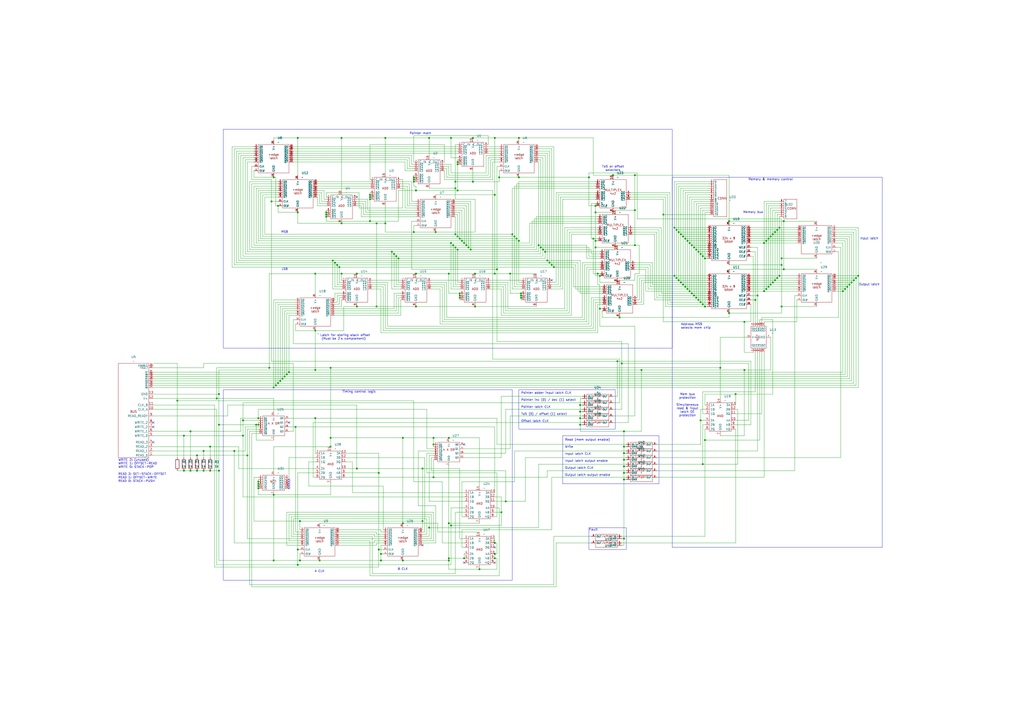
<source format=kicad_sch>
(kicad_sch (version 20231120) (generator "eeschema") (generator_version "8.0")
  (paper "A2")
  (title_block (title "Stack control unit"))
  (junction (at 488.95 168.91))
  (junction (at 158.75 224.79))
  (junction (at 449.58 162.56))
  (junction (at 172.72 123.19))
  (junction (at 408.94 149.86))
  (junction (at 266.7 171.45))
  (junction (at 302.26 170.18))
  (junction (at 156.21 213.36))
  (junction (at 393.7 134.62))
  (junction (at 193.04 151.13))
  (junction (at 396.24 165.1))
  (junction (at 394.97 135.89))
  (junction (at 182.88 242.57))
  (junction (at 118.11 261.62))
  (junction (at 439.42 171.45))
  (junction (at 162.56 220.98))
  (junction (at 248.92 306.07))
  (junction (at 402.59 171.45))
  (junction (at 118.11 273.05))
  (junction (at 227.33 146.05))
  (junction (at 445.77 166.37))
  (junction (at 240.03 105.41))
  (junction (at 140.97 252.73))
  (junction (at 347.98 160.02))
  (junction (at 300.99 139.7))
  (junction (at 402.59 143.51))
  (junction (at 400.05 168.91))
  (junction (at 191.77 213.36))
  (junction (at 251.46 257.81))
  (junction (at 406.4 175.26))
  (junction (at 264.16 109.22))
  (junction (at 114.3 273.05))
  (junction (at 149.86 283.21))
  (junction (at 407.67 269.24))
  (junction (at 443.23 140.97))
  (junction (at 207.01 271.78))
  (junction (at 431.8 214.63))
  (junction (at 233.68 325.12))
  (junction (at 260.35 158.75))
  (junction (at 313.69 143.51))
  (junction (at 265.43 110.49))
  (junction (at 214.63 113.03))
  (junction (at 251.46 254))
  (junction (at 453.39 177.8))
  (junction (at 149.86 246.38))
  (junction (at 345.44 139.7))
  (junction (at 392.43 133.35))
  (junction (at 302.26 171.45))
  (junction (at 158.75 102.87))
  (junction (at 102.87 232.41))
  (junction (at 198.12 129.54))
  (junction (at 447.04 137.16))
  (junction (at 261.62 80.01))
  (junction (at 406.4 147.32))
  (junction (at 384.81 124.46))
  (junction (at 453.39 149.86))
  (junction (at 214.63 115.57))
  (junction (at 160.02 223.52))
  (junction (at 403.86 172.72))
  (junction (at 368.3 121.92))
  (junction (at 266.7 170.18))
  (junction (at 300.99 102.87))
  (junction (at 400.05 140.97))
  (junction (at 172.72 327.66))
  (junction (at 345.44 119.38))
  (junction (at 345.44 143.51))
  (junction (at 293.37 290.83))
  (junction (at 158.75 287.02))
  (junction (at 218.44 129.54))
  (junction (at 195.58 153.67))
  (junction (at 295.91 158.75))
  (junction (at 336.55 242.57))
  (junction (at 223.52 129.54))
  (junction (at 149.86 280.67))
  (junction (at 361.95 250.19))
  (junction (at 127 273.05))
  (junction (at 312.42 142.24))
  (junction (at 207.01 158.75))
  (junction (at 207.01 177.8))
  (junction (at 422.91 128.27))
  (junction (at 245.11 302.26))
  (junction (at 149.86 242.57))
  (junction (at 149.86 281.94))
  (junction (at 408.94 177.8))
  (junction (at 219.71 318.77))
  (junction (at 438.15 173.99))
  (junction (at 196.85 154.94))
  (junction (at 125.73 231.14))
  (junction (at 219.71 274.32))
  (junction (at 361.95 259.08))
  (junction (at 275.59 158.75))
  (junction (at 121.92 259.08))
  (junction (at 228.6 147.32))
  (junction (at 275.59 177.8))
  (junction (at 260.35 323.85))
  (junction (at 157.48 116.84))
  (junction (at 262.89 142.24))
  (junction (at 264.16 143.51))
  (junction (at 241.3 177.8))
  (junction (at 345.44 123.19))
  (junction (at 290.83 297.18))
  (junction (at 372.11 214.63))
  (junction (at 231.14 149.86))
  (junction (at 408.94 255.27))
  (junction (at 267.97 139.7))
  (junction (at 407.67 148.59))
  (junction (at 287.02 80.01))
  (junction (at 403.86 144.78))
  (junction (at 392.43 161.29))
  (junction (at 287.02 158.75))
  (junction (at 140.97 243.84))
  (junction (at 198.12 80.01))
  (junction (at 264.16 135.89))
  (junction (at 240.03 102.87))
  (junction (at 344.17 138.43))
  (junction (at 318.77 152.4))
  (junction (at 273.05 144.78))
  (junction (at 173.99 325.12))
  (junction (at 173.99 302.26))
  (junction (at 114.3 264.16))
  (junction (at 398.78 167.64))
  (junction (at 287.02 323.85))
  (junction (at 346.71 158.75))
  (junction (at 401.32 142.24))
  (junction (at 302.26 172.72))
  (junction (at 161.29 119.38))
  (junction (at 448.31 135.89))
  (junction (at 355.6 101.6))
  (junction (at 158.75 325.12))
  (junction (at 444.5 139.7))
  (junction (at 260.35 325.12))
  (junction (at 452.12 132.08))
  (junction (at 361.95 262.89))
  (junction (at 189.23 124.46))
  (junction (at 274.32 105.41))
  (junction (at 106.68 252.73))
  (junction (at 264.16 105.41))
  (junction (at 269.24 140.97))
  (junction (at 336.55 238.76))
  (junction (at 148.59 246.38))
  (junction (at 361.95 266.7))
  (junction (at 189.23 125.73))
  (junction (at 320.04 153.67))
  (junction (at 495.3 162.56))
  (junction (at 166.37 217.17))
  (junction (at 497.84 160.02))
  (junction (at 394.97 163.83))
  (junction (at 161.29 222.25))
  (junction (at 321.31 154.94))
  (junction (at 361.95 270.51))
  (junction (at 143.51 264.16))
  (junction (at 341.63 102.87))
  (junction (at 287.02 321.31))
  (junction (at 398.78 139.7))
  (junction (at 297.18 135.89))
  (junction (at 454.66 128.27))
  (junction (at 127 228.6))
  (junction (at 288.29 156.21))
  (junction (at 453.39 153.67))
  (junction (at 165.1 218.44))
  (junction (at 300.99 80.01))
  (junction (at 490.22 167.64))
  (junction (at 287.02 113.03))
  (junction (at 336.55 246.38))
  (junction (at 260.35 254))
  (junction (at 127 246.38))
  (junction (at 391.16 160.02))
  (junction (at 431.8 186.69))
  (junction (at 189.23 123.19))
  (junction (at 191.77 259.08))
  (junction (at 251.46 276.86))
  (junction (at 241.3 158.75))
  (junction (at 347.98 179.07))
  (junction (at 447.04 165.1))
  (junction (at 443.23 168.91))
  (junction (at 289.56 102.87))
  (junction (at 361.95 312.42))
  (junction (at 110.49 273.05))
  (junction (at 218.44 177.8))
  (junction (at 358.14 209.55))
  (junction (at 361.95 274.32))
  (junction (at 454.66 156.21))
  (junction (at 417.83 213.36))
  (junction (at 214.63 128.27))
  (junction (at 191.77 254))
  (junction (at 336.55 234.95))
  (junction (at 265.43 137.16))
  (junction (at 405.13 146.05))
  (junction (at 274.32 80.01))
  (junction (at 492.76 165.1))
  (junction (at 368.3 142.24))
  (junction (at 198.12 158.75))
  (junction (at 287.02 314.96))
  (junction (at 171.45 247.65))
  (junction (at 172.72 80.01))
  (junction (at 223.52 80.01))
  (junction (at 299.72 138.43))
  (junction (at 229.87 148.59))
  (junction (at 135.89 261.62))
  (junction (at 391.16 132.08))
  (junction (at 396.24 137.16))
  (junction (at 270.51 142.24))
  (junction (at 278.13 330.2))
  (junction (at 252.73 134.62))
  (junction (at 406.4 243.84))
  (junction (at 316.23 146.05))
  (junction (at 491.49 166.37))
  (junction (at 266.7 172.72))
  (junction (at 407.67 176.53))
  (junction (at 317.5 151.13))
  (junction (at 241.3 110.49))
  (junction (at 397.51 138.43))
  (junction (at 265.43 93.98))
  (junction (at 361.95 278.13))
  (junction (at 240.03 104.14))
  (junction (at 261.62 140.97))
  (junction (at 182.88 191.77))
  (junction (at 172.72 318.77))
  (junction (at 298.45 137.16))
  (junction (at 240.03 134.62))
  (junction (at 106.68 273.05))
  (junction (at 265.43 144.78))
  (junction (at 405.13 173.99))
  (junction (at 444.5 167.64))
  (junction (at 271.78 143.51))
  (junction (at 450.85 133.35))
  (junction (at 233.68 254))
  (junction (at 248.92 80.01))
  (junction (at 233.68 303.53))
  (junction (at 265.43 95.25))
  (junction (at 163.83 219.71))
  (junction (at 314.96 144.78))
  (junction (at 422.91 181.61))
  (junction (at 359.41 184.15))
  (junction (at 260.35 303.53))
  (junction (at 445.77 138.43))
  (junction (at 245.11 271.78))
  (junction (at 167.64 215.9))
  (junction (at 149.86 279.4))
  (junction (at 269.24 323.85))
  (junction (at 261.62 304.8))
  (junction (at 397.51 166.37))
  (junction (at 448.31 163.83))
  (junction (at 182.88 214.63))
  (junction (at 220.98 321.31))
  (junction (at 266.7 138.43))
  (junction (at 214.63 114.3))
  (junction (at 496.57 161.29))
  (junction (at 426.72 228.6))
  (junction (at 220.98 325.12))
  (junction (at 368.3 101.6))
  (junction (at 393.7 162.56))
  (junction (at 182.88 158.75))
  (junction (at 494.03 163.83))
  (junction (at 110.49 250.19))
  (junction (at 449.58 134.62))
  (junction (at 450.85 161.29))
  (junction (at 185.42 325.12))
  (junction (at 452.12 160.02))
  (junction (at 194.31 152.4))
  (junction (at 401.32 170.18))
  (junction (at 121.92 273.05))
  (junction (at 360.68 210.82))
  (no_connect (at 320.04 162.56))
  (no_connect (at 287.02 317.5))
  (no_connect (at 88.9 256.54))
  (no_connect (at 167.64 279.4))
  (no_connect (at 167.64 278.13))
  (no_connect (at 269.24 326.39))
  (no_connect (at 167.64 283.21))
  (no_connect (at 287.02 326.39))
  (no_connect (at 167.64 281.94))
  (no_connect (at 88.9 245.11))
  (no_connect (at 269.24 257.81))
  (no_connect (at 207.01 114.3))
  (no_connect (at 167.64 245.11))
  (no_connect (at 167.64 280.67))
  (no_connect (at 88.9 247.65))
  (no_connect (at 245.11 316.23))
  (wire (pts (xy 165.1 180.34) (xy 165.1 218.44)))
  (wire (pts (xy 331.47 182.88) (xy 290.83 182.88)))
  (wire (pts (xy 171.45 176.53) (xy 161.29 176.53)))
  (wire (pts (xy 248.92 80.01) (xy 223.52 80.01)))
  (wire (pts (xy 269.24 312.42) (xy 266.7 312.42)))
  (wire (pts (xy 450.85 161.29) (xy 462.28 161.29)))
  (wire (pts (xy 134.62 85.09) (xy 134.62 154.94)))
  (wire (pts (xy 312.42 86.36) (xy 320.04 86.36)))
  (wire (pts (xy 369.57 100.33) (xy 369.57 127)))
  (wire (pts (xy 161.29 119.38) (xy 160.02 119.38)))
  (wire (pts (xy 259.08 97.79) (xy 259.08 102.87)))
  (wire (pts (xy 238.76 128.27) (xy 241.3 128.27)))
  (wire (pts (xy 290.83 229.87) (xy 337.82 229.87)))
  (wire (pts (xy 135.89 153.67) (xy 195.58 153.67)))
  (wire (pts (xy 372.11 214.63) (xy 182.88 214.63)))
  (wire (pts (xy 124.46 328.93) (xy 219.71 328.93)))
  (wire (pts (xy 88.9 250.19) (xy 110.49 250.19)))
  (wire (pts (xy 140.97 91.44) (xy 140.97 148.59)))
  (wire (pts (xy 287.02 158.75) (xy 295.91 158.75)))
  (wire (pts (xy 171.45 308.61) (xy 173.99 308.61)))
  (wire (pts (xy 241.3 107.95) (xy 240.03 107.95)))
  (wire (pts (xy 234.95 109.22) (xy 234.95 120.65)))
  (wire (pts (xy 341.63 119.38) (xy 345.44 119.38)))
  (wire (pts (xy 402.59 143.51) (xy 402.59 171.45)))
  (wire (pts (xy 417.83 213.36) (xy 417.83 195.58)))
  (wire (pts (xy 438.15 173.99) (xy 438.15 186.69)))
  (wire (pts (xy 251.46 276.86) (xy 251.46 266.7)))
  (wire (pts (xy 147.32 302.26) (xy 147.32 276.86)))
  (wire (pts (xy 485.14 162.56) (xy 495.3 162.56)))
  (wire (pts (xy 214.63 115.57) (xy 214.63 128.27)))
  (wire (pts (xy 179.07 267.97) (xy 179.07 281.94)))
  (wire (pts (xy 304.8 265.43) (xy 363.22 265.43)))
  (wire (pts (xy 361.95 250.19) (xy 372.11 250.19)))
  (wire (pts (xy 228.6 147.32) (xy 313.69 147.32)))
  (wire (pts (xy 435.61 132.08) (xy 452.12 132.08)))
  (wire (pts (xy 257.81 165.1) (xy 250.19 165.1)))
  (wire (pts (xy 431.8 252.73) (xy 431.8 214.63)))
  (wire (pts (xy 405.13 119.38) (xy 405.13 146.05)))
  (wire (pts (xy 453.39 153.67) (xy 453.39 149.86)))
  (wire (pts (xy 381 276.86) (xy 443.23 276.86)))
  (wire (pts (xy 195.58 165.1) (xy 195.58 153.67)))
  (wire (pts (xy 443.23 140.97) (xy 462.28 140.97)))
  (wire (pts (xy 360.68 198.12) (xy 288.29 198.12)))
  (wire (pts (xy 269.24 290.83) (xy 248.92 290.83)))
  (wire (pts (xy 294.64 163.83) (xy 284.48 163.83)))
  (wire (pts (xy 260.35 170.18) (xy 260.35 158.75)))
  (wire (pts (xy 391.16 132.08) (xy 391.16 105.41)))
  (wire (pts (xy 135.89 261.62) (xy 142.24 261.62)))
  (wire (pts (xy 88.9 215.9) (xy 167.64 215.9)))
  (wire (pts (xy 218.44 314.96) (xy 222.25 314.96)))
  (wire (pts (xy 378.46 165.1) (xy 378.46 152.4)))
  (wire (pts (xy 405.13 146.05) (xy 405.13 173.99)))
  (wire (pts (xy 345.44 175.26) (xy 345.44 191.77)))
  (wire (pts (xy 219.71 318.77) (xy 222.25 318.77)))
  (wire (pts (xy 170.18 91.44) (xy 237.49 91.44)))
  (wire (pts (xy 241.3 123.19) (xy 212.09 123.19)))
  (wire (pts (xy 408.94 311.15) (xy 360.68 311.15)))
  (wire (pts (xy 240.03 95.25) (xy 238.76 95.25)))
  (wire (pts (xy 367.03 134.62) (xy 381 134.62)))
  (wire (pts (xy 240.03 78.74) (xy 240.03 93.98)))
  (wire (pts (xy 170.18 90.17) (xy 238.76 90.17)))
  (wire (pts (xy 170.18 85.09) (xy 265.43 85.09)))
  (wire (pts (xy 302.26 166.37) (xy 298.45 166.37)))
  (wire (pts (xy 146.05 143.51) (xy 146.05 106.68)))
  (wire (pts (xy 121.92 265.43) (xy 121.92 259.08)))
  (wire (pts (xy 222.25 281.94) (xy 222.25 307.34)))
  (wire (pts (xy 312.42 91.44) (xy 314.96 91.44)))
  (wire (pts (xy 293.37 237.49) (xy 337.82 237.49)))
  (wire (pts (xy 247.65 262.89) (xy 251.46 262.89)))
  (wire (pts (xy 262.89 166.37) (xy 262.89 142.24)))
  (wire (pts (xy 250.19 265.43) (xy 251.46 265.43)))
  (wire (pts (xy 110.49 273.05) (xy 114.3 273.05)))
  (wire (pts (xy 167.64 313.69) (xy 173.99 313.69)))
  (wire (pts (xy 287.02 290.83) (xy 293.37 290.83)))
  (wire (pts (xy 410.21 138.43) (xy 397.51 138.43)))
  (wire (pts (xy 336.55 238.76) (xy 337.82 238.76)))
  (wire (pts (xy 194.31 176.53) (xy 196.85 176.53)))
  (wire (pts (xy 247.65 237.49) (xy 247.65 260.35)))
  (wire (pts (xy 289.56 96.52) (xy 288.29 96.52)))
  (wire (pts (xy 267.97 307.34) (xy 320.04 307.34)))
  (wire (pts (xy 289.56 102.87) (xy 300.99 102.87)))
  (wire (pts (xy 157.48 116.84) (xy 157.48 209.55)))
  (wire (pts (xy 222.25 166.37) (xy 215.9 166.37)))
  (wire (pts (xy 355.6 229.87) (xy 358.14 229.87)))
  (wire (pts (xy 220.98 325.12) (xy 233.68 325.12)))
  (wire (pts (xy 260.35 96.52) (xy 257.81 96.52)))
  (wire (pts (xy 312.42 90.17) (xy 316.23 90.17)))
  (wire (pts (xy 256.54 186.69) (xy 256.54 166.37)))
  (wire (pts (xy 125.73 327.66) (xy 172.72 327.66)))
  (wire (pts (xy 275.59 177.8) (xy 311.15 177.8)))
  (wire (pts (xy 199.39 191.77) (xy 182.88 191.77)))
  (wire (pts (xy 342.9 314.96) (xy 322.58 314.96)))
  (wire (pts (xy 448.31 135.89) (xy 462.28 135.89)))
  (wire (pts (xy 172.72 318.77) (xy 172.72 327.66)))
  (wire (pts (xy 88.9 222.25) (xy 161.29 222.25)))
  (wire (pts (xy 264.16 115.57) (xy 275.59 115.57)))
  (wire (pts (xy 196.85 307.34) (xy 220.98 307.34)))
  (wire (pts (xy 196.85 154.94) (xy 321.31 154.94)))
  (wire (pts (xy 257.81 185.42) (xy 257.81 165.1)))
  (wire (pts (xy 88.9 237.49) (xy 125.73 237.49)))
  (wire (pts (xy 381 261.62) (xy 439.42 261.62)))
  (wire (pts (xy 220.98 316.23) (xy 220.98 321.31)))
  (wire (pts (xy 453.39 177.8) (xy 453.39 153.67)))
  (wire (pts (xy 232.41 163.83) (xy 231.14 163.83)))
  (wire (pts (xy 171.45 179.07) (xy 163.83 179.07)))
  (wire (pts (xy 440.69 255.27) (xy 440.69 204.47)))
  (wire (pts (xy 406.4 257.81) (xy 406.4 243.84)))
  (wire (pts (xy 285.75 208.28) (xy 359.41 208.28)))
  (wire (pts (xy 336.55 242.57) (xy 337.82 242.57)))
  (wire (pts (xy 384.81 124.46) (xy 411.48 124.46)))
  (wire (pts (xy 448.31 163.83) (xy 462.28 163.83)))
  (wire (pts (xy 448.31 135.89) (xy 448.31 163.83)))
  (wire (pts (xy 184.15 114.3) (xy 184.15 119.38)))
  (wire (pts (xy 312.42 92.71) (xy 313.69 92.71)))
  (wire (pts (xy 223.52 129.54) (xy 223.52 134.62)))
  (wire (pts (xy 400.05 168.91) (xy 410.21 168.91)))
  (wire (pts (xy 157.48 209.55) (xy 358.14 209.55)))
  (wire (pts (xy 300.99 163.83) (xy 300.99 139.7)))
  (wire (pts (xy 191.77 213.36) (xy 417.83 213.36)))
  (wire (pts (xy 408.94 255.27) (xy 408.94 311.15)))
  (wire (pts (xy 325.12 166.37) (xy 325.12 114.3)))
  (wire (pts (xy 349.25 180.34) (xy 349.25 184.15)))
  (wire (pts (xy 283.21 78.74) (xy 283.21 83.82)))
  (wire (pts (xy 189.23 123.19) (xy 189.23 124.46)))
  (wire (pts (xy 147.32 99.06) (xy 147.32 102.87)))
  (wire (pts (xy 435.61 173.99) (xy 438.15 173.99)))
  (wire (pts (xy 247.65 300.99) (xy 170.18 300.99)))
  (wire (pts (xy 449.58 134.62) (xy 449.58 162.56)))
  (wire (pts (xy 341.63 156.21) (xy 341.63 187.96)))
  (wire (pts (xy 151.13 138.43) (xy 266.7 138.43)))
  (wire (pts (xy 334.01 167.64) (xy 349.25 167.64)))
  (wire (pts (xy 403.86 144.78) (xy 403.86 172.72)))
  (wire (pts (xy 241.3 125.73) (xy 209.55 125.73)))
  (wire (pts (xy 449.58 162.56) (xy 462.28 162.56)))
  (wire (pts (xy 172.72 327.66) (xy 261.62 327.66)))
  (wire (pts (xy 388.62 111.76) (xy 388.62 175.26)))
  (wire (pts (xy 173.99 318.77) (xy 172.72 318.77)))
  (wire (pts (xy 134.62 154.94) (xy 196.85 154.94)))
  (wire (pts (xy 193.04 151.13) (xy 317.5 151.13)))
  (wire (pts (xy 138.43 259.08) (xy 138.43 271.78)))
  (wire (pts (xy 449.58 162.56) (xy 435.61 162.56)))
  (wire (pts (xy 254 308.61) (xy 254 303.53)))
  (wire (pts (xy 219.71 262.89) (xy 200.66 262.89)))
  (wire (pts (xy 143.51 248.92) (xy 149.86 248.92)))
  (wire (pts (xy 312.42 88.9) (xy 317.5 88.9)))
  (wire (pts (xy 248.92 290.83) (xy 248.92 264.16)))
  (wire (pts (xy 275.59 134.62) (xy 275.59 115.57)))
  (wire (pts (xy 485.14 160.02) (xy 497.84 160.02)))
  (wire (pts (xy 321.31 311.15) (xy 321.31 339.09)))
  (wire (pts (xy 341.63 187.96) (xy 255.27 187.96)))
  (wire (pts (xy 289.56 99.06) (xy 289.56 102.87)))
  (wire (pts (xy 295.91 260.35) (xy 269.24 260.35)))
  (wire (pts (xy 213.36 115.57) (xy 213.36 121.92)))
  (wire (pts (xy 186.69 111.76) (xy 186.69 116.84)))
  (wire (pts (xy 312.42 142.24) (xy 312.42 146.05)))
  (wire (pts (xy 368.3 101.6) (xy 368.3 121.92)))
  (wire (pts (xy 266.7 170.18) (xy 266.7 171.45)))
  (wire (pts (xy 240.03 107.95) (xy 240.03 105.41)))
  (wire (pts (xy 486.41 184.15) (xy 486.41 146.05)))
  (wire (pts (xy 439.42 143.51) (xy 435.61 143.51)))
  (wire (pts (xy 422.91 181.61) (xy 453.39 181.61)))
  (wire (pts (xy 215.9 332.74) (xy 264.16 332.74)))
  (wire (pts (xy 138.43 271.78) (xy 182.88 271.78)))
  (wire (pts (xy 485.14 165.1) (xy 492.76 165.1)))
  (wire (pts (xy 488.95 215.9) (xy 488.95 168.91)))
  (wire (pts (xy 251.46 254) (xy 260.35 254)))
  (wire (pts (xy 394.97 163.83) (xy 410.21 163.83)))
  (wire (pts (xy 182.88 267.97) (xy 179.07 267.97)))
  (wire (pts (xy 438.15 146.05) (xy 438.15 173.99)))
  (wire (pts (xy 264.16 105.41) (xy 264.16 109.22)))
  (wire (pts (xy 245.11 313.69) (xy 251.46 313.69)))
  (wire (pts (xy 361.95 266.7) (xy 361.95 262.89)))
  (wire (pts (xy 264.16 297.18) (xy 269.24 297.18)))
  (wire (pts (xy 417.83 252.73) (xy 431.8 252.73)))
  (wire (pts (xy 156.21 213.36) (xy 125.73 213.36)))
  (wire (pts (xy 220.98 307.34) (xy 220.98 308.61)))
  (wire (pts (xy 441.96 240.03) (xy 441.96 204.47)))
  (wire (pts (xy 447.04 195.58) (xy 447.04 214.63)))
  (wire (pts (xy 153.67 135.89) (xy 153.67 114.3)))
  (wire (pts (xy 170.18 199.39) (xy 170.18 185.42)))
  (wire (pts (xy 398.78 139.7) (xy 398.78 167.64)))
  (wire (pts (xy 140.97 233.68) (xy 140.97 243.84)))
  (wire (pts (xy 407.67 246.38) (xy 407.67 269.24)))
  (wire (pts (xy 152.4 113.03) (xy 161.29 113.03)))
  (wire (pts (xy 217.17 309.88) (xy 217.17 311.15)))
  (wire (pts (xy 345.44 106.68) (xy 299.72 106.68)))
  (wire (pts (xy 260.35 270.51) (xy 260.35 303.53)))
  (wire (pts (xy 266.7 167.64) (xy 261.62 167.64)))
  (wire (pts (xy 330.2 181.61) (xy 292.1 181.61)))
  (wire (pts (xy 287.02 247.65) (xy 287.02 285.75)))
  (wire (pts (xy 387.35 176.53) (xy 407.67 176.53)))
  (wire (pts (xy 238.76 156.21) (xy 238.76 128.27)))
  (wire (pts (xy 223.52 119.38) (xy 223.52 129.54)))
  (wire (pts (xy 346.71 129.54) (xy 307.34 129.54)))
  (wire (pts (xy 334.01 153.67) (xy 334.01 167.64)))
  (wire (pts (xy 485.14 168.91) (xy 488.95 168.91)))
  (wire (pts (xy 207.01 234.95) (xy 132.08 234.95)))
  (wire (pts (xy 231.14 163.83) (xy 231.14 149.86)))
  (wire (pts (xy 137.16 87.63) (xy 137.16 152.4)))
  (wire (pts (xy 436.88 148.59) (xy 436.88 186.69)))
  (wire (pts (xy 289.56 294.64) (xy 287.02 294.64)))
  (wire (pts (xy 147.32 96.52) (xy 146.05 96.52)))
  (wire (pts (xy 219.71 274.32) (xy 219.71 262.89)))
  (wire (pts (xy 146.05 104.14) (xy 157.48 104.14)))
  (wire (pts (xy 375.92 167.64) (xy 398.78 167.64)))
  (wire (pts (xy 102.87 210.82) (xy 88.9 210.82)))
  (wire (pts (xy 215.9 311.15) (xy 215.9 332.74)))
  (wire (pts (xy 196.85 316.23) (xy 218.44 316.23)))
  (wire (pts (xy 436.88 148.59) (xy 435.61 148.59)))
  (wire (pts (xy 344.17 190.5) (xy 223.52 190.5)))
  (wire (pts (xy 396.24 137.16) (xy 396.24 110.49)))
  (wire (pts (xy 144.78 339.09) (xy 144.78 250.19)))
  (wire (pts (xy 260.35 158.75) (xy 275.59 158.75)))
  (wire (pts (xy 261.62 95.25) (xy 261.62 100.33)))
  (wire (pts (xy 194.31 170.18) (xy 198.12 170.18)))
  (wire (pts (xy 189.23 115.57) (xy 187.96 115.57)))
  (wire (pts (xy 149.86 237.49) (xy 247.65 237.49)))
  (wire (pts (xy 290.83 182.88) (xy 290.83 167.64)))
  (wire (pts (xy 295.91 170.18) (xy 302.26 170.18)))
  (wire (pts (xy 214.63 83.82) (xy 214.63 104.14)))
  (wire (pts (xy 344.17 101.6) (xy 344.17 80.01)))
  (wire (pts (xy 208.28 120.65) (xy 208.28 111.76)))
  (wire (pts (xy 450.85 133.35) (xy 450.85 124.46)))
  (wire (pts (xy 163.83 219.71) (xy 492.76 219.71)))
  (wire (pts (xy 200.66 267.97) (xy 204.47 267.97)))
  (wire (pts (xy 171.45 177.8) (xy 162.56 177.8)))
  (wire (pts (xy 398.78 167.64) (xy 410.21 167.64)))
  (wire (pts (xy 245.11 308.61) (xy 246.38 308.61)))
  (wire (pts (xy 307.34 140.97) (xy 269.24 140.97)))
  (wire (pts (xy 492.76 165.1) (xy 492.76 137.16)))
  (wire (pts (xy 302.26 165.1) (xy 299.72 165.1)))
  (wire (pts (xy 140.97 252.73) (xy 140.97 288.29)))
  (wire (pts (xy 394.97 109.22) (xy 394.97 135.89)))
  (wire (pts (xy 110.49 250.19) (xy 110.49 265.43)))
  (wire (pts (xy 88.9 220.98) (xy 162.56 220.98)))
  (wire (pts (xy 134.62 85.09) (xy 147.32 85.09)))
  (wire (pts (xy 406.4 120.65) (xy 411.48 120.65)))
  (wire (pts (xy 287.02 314.96) (xy 288.29 314.96)))
  (wire (pts (xy 196.85 312.42) (xy 222.25 312.42)))
  (wire (pts (xy 260.35 323.85) (xy 260.35 325.12)))
  (wire (pts (xy 240.03 102.87) (xy 240.03 104.14)))
  (wire (pts (xy 283.21 87.63) (xy 289.56 87.63)))
  (wire (pts (xy 207.01 177.8) (xy 218.44 177.8)))
  (wire (pts (xy 316.23 146.05) (xy 316.23 149.86)))
  (wire (pts (xy 368.3 121.92) (xy 356.87 121.92)))
  (wire (pts (xy 240.03 134.62) (xy 252.73 134.62)))
  (wire (pts (xy 392.43 133.35) (xy 392.43 161.29)))
  (wire (pts (xy 358.14 209.55) (xy 435.61 209.55)))
  (wire (pts (xy 406.4 243.84) (xy 406.4 237.49)))
  (wire (pts (xy 242.57 293.37) (xy 242.57 261.62)))
  (wire (pts (xy 88.9 213.36) (xy 118.11 213.36)))
  (wire (pts (xy 448.31 163.83) (xy 435.61 163.83)))
  (wire (pts (xy 396.24 110.49) (xy 411.48 110.49)))
  (wire (pts (xy 411.48 111.76) (xy 397.51 111.76)))
  (wire (pts (xy 88.9 223.52) (xy 160.02 223.52)))
  (wire (pts (xy 492.76 137.16) (xy 485.14 137.16)))
  (wire (pts (xy 147.32 276.86) (xy 149.86 276.86)))
  (wire (pts (xy 156.21 158.75) (xy 156.21 213.36)))
  (wire (pts (xy 264.16 124.46) (xy 265.43 124.46)))
  (wire (pts (xy 198.12 163.83) (xy 196.85 163.83)))
  (wire (pts (xy 260.35 303.53) (xy 260.35 323.85)))
  (wire (pts (xy 158.75 273.05) (xy 158.75 259.08)))
  (wire (pts (xy 135.89 86.36) (xy 135.89 153.67)))
  (wire (pts (xy 265.43 83.82) (xy 264.16 83.82)))
  (wire (pts (xy 191.77 259.08) (xy 191.77 254)))
  (wire (pts (xy 259.08 163.83) (xy 250.19 163.83)))
  (wire (pts (xy 224.79 189.23) (xy 224.79 163.83)))
  (wire (pts (xy 311.15 144.78) (xy 273.05 144.78)))
  (wire (pts (xy 434.34 243.84) (xy 426.72 243.84)))
  (wire (pts (xy 172.72 80.01) (xy 172.72 101.6)))
  (wire (pts (xy 88.9 228.6) (xy 127 228.6)))
  (wire (pts (xy 232.41 109.22) (xy 234.95 109.22)))
  (wire (pts (xy 491.49 166.37) (xy 485.14 166.37)))
  (wire (pts (xy 445.77 119.38) (xy 452.12 119.38)))
  (wire (pts (xy 284.48 102.87) (xy 284.48 92.71)))
  (wire (pts (xy 147.32 142.24) (xy 262.89 142.24)))
  (wire (pts (xy 227.33 146.05) (xy 312.42 146.05)))
  (wire (pts (xy 146.05 96.52) (xy 146.05 104.14)))
  (wire (pts (xy 172.72 129.54) (xy 172.72 123.19)))
  (wire (pts (xy 223.52 80.01) (xy 198.12 80.01)))
  (wire (pts (xy 248.92 109.22) (xy 264.16 109.22)))
  (wire (pts (xy 293.37 165.1) (xy 284.48 165.1)))
  (wire (pts (xy 171.45 247.65) (xy 171.45 308.61)))
  (wire (pts (xy 368.3 158.75) (xy 370.84 158.75)))
  (wire (pts (xy 283.21 86.36) (xy 289.56 86.36)))
  (wire (pts (xy 434.34 210.82) (xy 434.34 243.84)))
  (wire (pts (xy 223.52 165.1) (xy 215.9 165.1)))
  (wire (pts (xy 264.16 120.65) (xy 269.24 120.65)))
  (wire (pts (xy 435.61 176.53) (xy 435.61 186.69)))
  (wire (pts (xy 496.57 133.35) (xy 496.57 161.29)))
  (wire (pts (xy 182.88 158.75) (xy 198.12 158.75)))
  (wire (pts (xy 149.86 287.02) (xy 158.75 287.02)))
  (wire (pts (xy 485.14 146.05) (xy 486.41 146.05)))
  (wire (pts (xy 152.4 137.16) (xy 152.4 113.03)))
  (wire (pts (xy 139.7 149.86) (xy 231.14 149.86)))
  (wire (pts (xy 231.14 172.72) (xy 232.41 172.72)))
  (wire (pts (xy 232.41 104.14) (xy 233.68 104.14)))
  (wire (pts (xy 233.68 254) (xy 233.68 303.53)))
  (wire (pts (xy 274.32 105.41) (xy 289.56 105.41)))
  (wire (pts (xy 342.9 144.78) (xy 314.96 144.78)))
  (wire (pts (xy 336.55 170.18) (xy 349.25 170.18)))
  (wire (pts (xy 345.44 119.38) (xy 345.44 123.19)))
  (wire (pts (xy 340.36 149.86) (xy 340.36 142.24)))
  (wire (pts (xy 148.59 246.38) (xy 148.59 255.27)))
  (wire (pts (xy 288.29 156.21) (xy 238.76 156.21)))
  (wire (pts (xy 222.25 191.77) (xy 222.25 166.37)))
  (wire (pts (xy 297.18 109.22) (xy 297.18 135.89)))
  (wire (pts (xy 452.12 132.08) (xy 462.28 132.08)))
  (wire (pts (xy 488.95 168.91) (xy 488.95 140.97)))
  (wire (pts (xy 102.87 210.82) (xy 102.87 232.41)))
  (wire (pts (xy 331.47 135.89) (xy 331.47 182.88)))
  (wire (pts (xy 441.96 186.69) (xy 441.96 184.15)))
  (wire (pts (xy 236.22 107.95) (xy 236.22 119.38)))
  (wire (pts (xy 397.51 138.43) (xy 397.51 166.37)))
  (wire (pts (xy 445.77 138.43) (xy 462.28 138.43)))
  (wire (pts (xy 336.55 246.38) (xy 336.55 250.19)))
  (wire (pts (xy 347.98 148.59) (xy 341.63 148.59)))
  (wire (pts (xy 173.99 325.12) (xy 185.42 325.12)))
  (wire (pts (xy 410.21 137.16) (xy 396.24 137.16)))
  (wire (pts (xy 246.38 265.43) (xy 200.66 265.43)))
  (wire (pts (xy 158.75 224.79) (xy 497.84 224.79)))
  (wire (pts (xy 450.85 133.35) (xy 450.85 161.29)))
  (wire (pts (xy 435.61 139.7) (xy 444.5 139.7)))
  (wire (pts (xy 160.02 119.38) (xy 160.02 102.87)))
  (wire (pts (xy 247.65 309.88) (xy 247.65 300.99)))
  (wire (pts (xy 212.09 123.19) (xy 212.09 116.84)))
  (wire (pts (xy 327.66 179.07) (xy 294.64 179.07)))
  (wire (pts (xy 300.99 139.7) (xy 267.97 139.7)))
  (wire (pts (xy 408.94 248.92) (xy 408.94 255.27)))
  (wire (pts (xy 295.91 241.3) (xy 295.91 260.35)))
  (wire (pts (xy 236.22 119.38) (xy 241.3 119.38)))
  (wire (pts (xy 265.43 92.71) (xy 265.43 93.98)))
  (wire (pts (xy 435.61 133.35) (xy 450.85 133.35)))
  (wire (pts (xy 143.51 146.05) (xy 227.33 146.05)))
  (wire (pts (xy 148.59 255.27) (xy 158.75 255.27)))
  (wire (pts (xy 326.39 115.57) (xy 345.44 115.57)))
  (wire (pts (xy 452.12 123.19) (xy 449.58 123.19)))
  (wire (pts (xy 229.87 180.34) (xy 229.87 171.45)))
  (wire (pts (xy 293.37 180.34) (xy 293.37 165.1)))
  (wire (pts (xy 439.42 143.51) (xy 439.42 171.45)))
  (wire (pts (xy 342.9 147.32) (xy 342.9 144.78)))
  (wire (pts (xy 194.31 166.37) (xy 194.31 152.4)))
  (wire (pts (xy 287.02 297.18) (xy 290.83 297.18)))
  (wire (pts (xy 238.76 95.25) (xy 238.76 90.17)))
  (wire (pts (xy 274.32 99.06) (xy 274.32 105.41)))
  (wire (pts (xy 453.39 149.86) (xy 453.39 127)))
  (wire (pts (xy 194.31 152.4) (xy 318.77 152.4)))
  (wire (pts (xy 222.25 316.23) (xy 220.98 316.23)))
  (wire (pts (xy 195.58 171.45) (xy 198.12 171.45)))
  (wire (pts (xy 335.28 168.91) (xy 349.25 168.91)))
  (wire (pts (xy 299.72 106.68) (xy 299.72 138.43)))
  (wire (pts (xy 447.04 137.16) (xy 462.28 137.16)))
  (wire (pts (xy 317.5 151.13) (xy 336.55 151.13)))
  (wire (pts (xy 142.24 261.62) (xy 142.24 247.65)))
  (wire (pts (xy 383.54 132.08) (xy 383.54 170.18)))
  (wire (pts (xy 193.04 167.64) (xy 193.04 151.13)))
  (wire (pts (xy 245.11 271.78) (xy 266.7 271.78)))
  (wire (pts (xy 261.62 304.8) (xy 290.83 304.8)))
  (wire (pts (xy 229.87 171.45) (xy 232.41 171.45)))
  (wire (pts (xy 182.88 265.43) (xy 167.64 265.43)))
  (wire (pts (xy 245.11 309.88) (xy 247.65 309.88)))
  (wire (pts (xy 435.61 146.05) (xy 438.15 146.05)))
  (wire (pts (xy 88.9 261.62) (xy 118.11 261.62)))
  (wire (pts (xy 207.01 115.57) (xy 213.36 115.57)))
  (wire (pts (xy 431.8 186.69) (xy 431.8 204.47)))
  (wire (pts (xy 118.11 261.62) (xy 135.89 261.62)))
  (wire (pts (xy 300.99 105.41) (xy 300.99 139.7)))
  (wire (pts (xy 345.44 160.02) (xy 345.44 143.51)))
  (wire (pts (xy 426.72 248.92) (xy 426.72 314.96)))
  (wire (pts (xy 185.42 325.12) (xy 220.98 325.12)))
  (wire (pts (xy 267.97 317.5) (xy 269.24 317.5)))
  (wire (pts (xy 290.83 167.64) (xy 284.48 167.64)))
  (wire (pts (xy 297.18 167.64) (xy 297.18 135.89)))
  (wire (pts (xy 370.84 158.75) (xy 370.84 142.24)))
  (wire (pts (xy 347.98 179.07) (xy 347.98 189.23)))
  (wire (pts (xy 397.51 166.37) (xy 410.21 166.37)))
  (wire (pts (xy 365.76 114.3) (xy 386.08 114.3)))
  (wire (pts (xy 191.77 287.02) (xy 158.75 287.02)))
  (wire (pts (xy 288.29 330.2) (xy 278.13 330.2)))
  (wire (pts (xy 125.73 213.36) (xy 125.73 231.14)))
  (wire (pts (xy 392.43 106.68) (xy 392.43 133.35)))
  (wire (pts (xy 265.43 163.83) (xy 265.43 144.78)))
  (wire (pts (xy 210.82 118.11) (xy 210.82 124.46)))
  (wire (pts (xy 401.32 170.18) (xy 410.21 170.18)))
  (wire (pts (xy 355.6 237.49) (xy 360.68 237.49)))
  (wire (pts (xy 359.41 184.15) (xy 422.91 184.15)))
  (wire (pts (xy 485.14 138.43) (xy 491.49 138.43)))
  (wire (pts (xy 143.51 312.42) (xy 173.99 312.42)))
  (wire (pts (xy 462.28 173.99) (xy 462.28 186.69)))
  (wire (pts (xy 287.02 323.85) (xy 288.29 323.85)))
  (wire (pts (xy 162.56 220.98) (xy 494.03 220.98)))
  (wire (pts (xy 121.92 259.08) (xy 138.43 259.08)))
  (wire (pts (xy 293.37 262.89) (xy 293.37 237.49)))
  (wire (pts (xy 240.03 101.6) (xy 240.03 102.87)))
  (wire (pts (xy 346.71 158.75) (xy 344.17 158.75)))
  (wire (pts (xy 410.21 140.97) (xy 400.05 140.97)))
  (wire (pts (xy 184.15 111.76) (xy 186.69 111.76)))
  (wire (pts (xy 422.91 101.6) (xy 368.3 101.6)))
  (wire (pts (xy 487.68 143.51) (xy 487.68 265.43)))
  (wire (pts (xy 171.45 173.99) (xy 158.75 173.99)))
  (wire (pts (xy 346.71 128.27) (xy 308.61 128.27)))
  (wire (pts (xy 218.44 129.54) (xy 223.52 129.54)))
  (wire (pts (xy 278.13 281.94) (xy 278.13 254)))
  (wire (pts (xy 495.3 162.56) (xy 495.3 134.62)))
  (wire (pts (xy 214.63 334.01) (xy 289.56 334.01)))
  (wire (pts (xy 261.62 91.44) (xy 261.62 80.01)))
  (wire (pts (xy 182.88 158.75) (xy 182.88 170.18)))
  (wire (pts (xy 157.48 116.84) (xy 161.29 116.84)))
  (wire (pts (xy 337.82 246.38) (xy 336.55 246.38)))
  (wire (pts (xy 251.46 297.18) (xy 166.37 297.18)))
  (wire (pts (xy 339.09 153.67) (xy 339.09 185.42)))
  (wire (pts (xy 361.95 278.13) (xy 363.22 278.13)))
  (wire (pts (xy 266.7 170.18) (xy 260.35 170.18)))
  (wire (pts (xy 408.94 255.27) (xy 440.69 255.27)))
  (wire (pts (xy 410.21 148.59) (xy 407.67 148.59)))
  (wire (pts (xy 345.44 109.22) (xy 297.18 109.22)))
  (wire (pts (xy 448.31 121.92) (xy 452.12 121.92)))
  (wire (pts (xy 245.11 271.78) (xy 245.11 302.26)))
  (wire (pts (xy 435.61 171.45) (xy 439.42 171.45)))
  (wire (pts (xy 250.19 273.05) (xy 250.19 265.43)))
  (wire (pts (xy 161.29 176.53) (xy 161.29 222.25)))
  (wire (pts (xy 340.36 186.69) (xy 256.54 186.69)))
  (wire (pts (xy 184.15 113.03) (xy 185.42 113.03)))
  (wire (pts (xy 283.21 78.74) (xy 240.03 78.74)))
  (wire (pts (xy 406.4 147.32) (xy 406.4 175.26)))
  (wire (pts (xy 345.44 105.41) (xy 300.99 105.41)))
  (wire (pts (xy 184.15 110.49) (xy 187.96 110.49)))
  (wire (pts (xy 146.05 340.36) (xy 146.05 251.46)))
  (wire (pts (xy 443.23 186.69) (xy 462.28 186.69)))
  (wire (pts (xy 229.87 165.1) (xy 229.87 148.59)))
  (wire (pts (xy 299.72 165.1) (xy 299.72 138.43)))
  (wire (pts (xy 250.19 312.42) (xy 250.19 298.45)))
  (wire (pts (xy 435.61 135.89) (xy 448.31 135.89)))
  (wire (pts (xy 407.67 269.24) (xy 427.99 269.24)))
  (wire (pts (xy 256.54 314.96) (xy 269.24 314.96)))
  (wire (pts (xy 313.69 143.51) (xy 313.69 147.32)))
  (wire (pts (xy 447.04 165.1) (xy 462.28 165.1)))
  (wire (pts (xy 293.37 290.83) (xy 304.8 290.83)))
  (wire (pts (xy 196.85 163.83) (xy 196.85 154.94)))
  (wire (pts (xy 184.15 109.22) (xy 214.63 109.22)))
  (wire (pts (xy 241.3 158.75) (xy 260.35 158.75)))
  (wire (pts (xy 265.43 93.98) (xy 265.43 95.25)))
  (wire (pts (xy 402.59 116.84) (xy 402.59 143.51)))
  (wire (pts (xy 283.21 101.6) (xy 260.35 101.6)))
  (wire (pts (xy 445.77 138.43) (xy 445.77 119.38)))
  (wire (pts (xy 88.9 219.71) (xy 163.83 219.71)))
  (wire (pts (xy 336.55 250.19) (xy 361.95 250.19)))
  (wire (pts (xy 167.64 265.43) (xy 167.64 276.86)))
  (wire (pts (xy 453.39 153.67) (xy 422.91 153.67)))
  (wire (pts (xy 189.23 111.76) (xy 208.28 111.76)))
  (wire (pts (xy 336.55 246.38) (xy 336.55 242.57)))
  (wire (pts (xy 184.15 119.38) (xy 189.23 119.38)))
  (wire (pts (xy 171.45 180.34) (xy 165.1 180.34)))
  (wire (pts (xy 494.03 163.83) (xy 494.03 220.98)))
  (wire (pts (xy 445.77 166.37) (xy 435.61 166.37)))
  (wire (pts (xy 198.12 177.8) (xy 198.12 173.99)))
  (wire (pts (xy 189.23 121.92) (xy 189.23 123.19)))
  (wire (pts (xy 275.59 158.75) (xy 287.02 158.75)))
  (wire (pts (xy 368.3 101.6) (xy 355.6 101.6)))
  (wire (pts (xy 102.87 273.05) (xy 106.68 273.05)))
  (wire (pts (xy 298.45 137.16) (xy 265.43 137.16)))
  (wire (pts (xy 148.59 109.22) (xy 161.29 109.22)))
  (wire (pts (xy 422.91 156.21) (xy 454.66 156.21)))
  (wire (pts (xy 287.02 321.31) (xy 288.29 321.31)))
  (wire (pts (xy 240.03 97.79) (xy 236.22 97.79)))
  (wire (pts (xy 265.43 91.44) (xy 261.62 91.44)))
  (wire (pts (xy 144.78 144.78) (xy 144.78 105.41)))
  (wire (pts (xy 153.67 114.3) (xy 161.29 114.3)))
  (wire (pts (xy 171.45 187.96) (xy 171.45 191.77)))
  (wire (pts (xy 368.3 153.67) (xy 377.19 153.67)))
  (wire (pts (xy 151.13 111.76) (xy 161.29 111.76)))
  (wire (pts (xy 298.45 279.4) (xy 298.45 261.62)))
  (wire (pts (xy 194.31 173.99) (xy 194.31 170.18)))
  (wire (pts (xy 368.3 142.24) (xy 368.3 121.92)))
  (wire (pts (xy 368.3 189.23) (xy 368.3 241.3)))
  (wire (pts (xy 341.63 100.33) (xy 369.57 100.33)))
  (wire (pts (xy 317.5 88.9) (xy 317.5 151.13)))
  (wire (pts (xy 200.66 276.86) (xy 251.46 276.86)))
  (wire (pts (xy 361.95 270.51) (xy 361.95 266.7)))
  (wire (pts (xy 361.95 270.51) (xy 363.22 270.51)))
  (wire (pts (xy 257.81 97.79) (xy 259.08 97.79)))
  (wire (pts (xy 189.23 118.11) (xy 185.42 118.11)))
  (wire (pts (xy 261.62 167.64) (xy 261.62 140.97)))
  (wire (pts (xy 358.14 142.24) (xy 368.3 142.24)))
  (wire (pts (xy 361.95 274.32) (xy 361.95 270.51)))
  (wire (pts (xy 347.98 179.07) (xy 347.98 165.1)))
  (wire (pts (xy 147.32 93.98) (xy 143.51 93.98)))
  (wire (pts (xy 341.63 102.87) (xy 341.63 119.38)))
  (wire (pts (xy 237.49 96.52) (xy 240.03 96.52)))
  (wire (pts (xy 198.12 165.1) (xy 195.58 165.1)))
  (wire (pts (xy 323.85 165.1) (xy 323.85 113.03)))
  (wire (pts (xy 347.98 154.94) (xy 340.36 154.94)))
  (wire (pts (xy 196.85 308.61) (xy 218.44 308.61)))
  (wire (pts (xy 256.54 279.4) (xy 240.03 279.4)))
  (wire (pts (xy 179.07 281.94) (xy 222.25 281.94)))
  (wire (pts (xy 435.61 137.16) (xy 447.04 137.16)))
  (wire (pts (xy 261.62 80.01) (xy 248.92 80.01)))
  (wire (pts (xy 220.98 193.04) (xy 220.98 167.64)))
  (wire (pts (xy 341.63 143.51) (xy 313.69 143.51)))
  (wire (pts (xy 181.61 276.86) (xy 181.61 245.11)))
  (wire (pts (xy 238.76 116.84) (xy 241.3 116.84)))
  (wire (pts (xy 368.3 156.21) (xy 374.65 156.21)))
  (wire (pts (xy 248.92 306.07) (xy 248.92 299.72)))
  (wire (pts (xy 247.65 274.32) (xy 247.65 262.89)))
  (wire (pts (xy 443.23 168.91) (xy 462.28 168.91)))
  (wire (pts (xy 398.78 139.7) (xy 398.78 113.03)))
  (wire (pts (xy 170.18 93.98) (xy 234.95 93.98)))
  (wire (pts (xy 198.12 158.75) (xy 207.01 158.75)))
  (wire (pts (xy 142.24 247.65) (xy 149.86 247.65)))
  (wire (pts (xy 214.63 111.76) (xy 214.63 113.03)))
  (wire (pts (xy 336.55 151.13) (xy 336.55 170.18)))
  (wire (pts (xy 300.99 102.87) (xy 341.63 102.87)))
  (wire (pts (xy 411.48 121.92) (xy 407.67 121.92)))
  (wire (pts (xy 417.83 195.58) (xy 433.07 195.58)))
  (wire (pts (xy 220.98 321.31) (xy 220.98 325.12)))
  (wire (pts (xy 288.29 198.12) (xy 288.29 156.21)))
  (wire (pts (xy 156.21 213.36) (xy 191.77 213.36)))
  (wire (pts (xy 252.73 113.03) (xy 287.02 113.03)))
  (wire (pts (xy 381 257.81) (xy 406.4 257.81)))
  (wire (pts (xy 407.67 227.33) (xy 438.15 227.33)))
  (wire (pts (xy 218.44 309.88) (xy 222.25 309.88)))
  (wire (pts (xy 393.7 134.62) (xy 393.7 162.56)))
  (wire (pts (xy 391.16 132.08) (xy 391.16 160.02)))
  (wire (pts (xy 302.26 167.64) (xy 297.18 167.64)))
  (wire (pts (xy 299.72 138.43) (xy 266.7 138.43)))
  (wire (pts (xy 394.97 135.89) (xy 394.97 163.83)))
  (wire (pts (xy 158.75 80.01) (xy 172.72 80.01)))
  (wire (pts (xy 318.77 87.63) (xy 318.77 152.4)))
  (wire (pts (xy 209.55 125.73) (xy 209.55 119.38)))
  (wire (pts (xy 149.86 110.49) (xy 161.29 110.49)))
  (wire (pts (xy 287.02 113.03) (xy 287.02 158.75)))
  (wire (pts (xy 251.46 257.81) (xy 251.46 259.08)))
  (wire (pts (xy 147.32 107.95) (xy 161.29 107.95)))
  (wire (pts (xy 254 303.53) (xy 233.68 303.53)))
  (wire (pts (xy 245.11 302.26) (xy 245.11 307.34)))
  (wire (pts (xy 171.45 175.26) (xy 160.02 175.26)))
  (wire (pts (xy 449.58 123.19) (xy 449.58 134.62)))
  (wire (pts (xy 278.13 254) (xy 260.35 254)))
  (wire (pts (xy 196.85 309.88) (xy 217.17 309.88)))
  (wire (pts (xy 196.85 311.15) (xy 215.9 311.15)))
  (wire (pts (xy 198.12 158.75) (xy 198.12 162.56)))
  (wire (pts (xy 142.24 92.71) (xy 142.24 147.32)))
  (wire (pts (xy 135.89 261.62) (xy 135.89 314.96)))
  (wire (pts (xy 217.17 314.96) (xy 217.17 313.69)))
  (wire (pts (xy 304.8 290.83) (xy 304.8 265.43)))
  (wire (pts (xy 360.68 210.82) (xy 360.68 237.49)))
  (wire (pts (xy 88.9 217.17) (xy 166.37 217.17)))
  (wire (pts (xy 452.12 160.02) (xy 435.61 160.02)))
  (wire (pts (xy 267.97 279.4) (xy 298.45 279.4)))
  (wire (pts (xy 166.37 181.61) (xy 166.37 217.17)))
  (wire (pts (xy 265.43 124.46) (xy 265.43 137.16)))
  (wire (pts (xy 220.98 321.31) (xy 222.25 321.31)))
  (wire (pts (xy 266.7 172.72) (xy 266.7 173.99)))
  (wire (pts (xy 218.44 177.8) (xy 241.3 177.8)))
  (wire (pts (xy 302.26 163.83) (xy 300.99 163.83)))
  (wire (pts (xy 158.75 238.76) (xy 158.75 231.14)))
  (wire (pts (xy 293.37 290.83) (xy 293.37 273.05)))
  (wire (pts (xy 240.03 104.14) (xy 240.03 105.41)))
  (wire (pts (xy 401.32 142.24) (xy 401.32 115.57)))
  (wire (pts (xy 290.83 297.18) (xy 290.83 288.29)))
  (wire (pts (xy 171.45 181.61) (xy 166.37 181.61)))
  (wire (pts (xy 361.95 278.13) (xy 361.95 312.42)))
  (wire (pts (xy 223.52 134.62) (xy 240.03 134.62)))
  (wire (pts (xy 260.35 330.2) (xy 260.35 325.12)))
  (wire (pts (xy 368.3 162.56) (xy 368.3 158.75)))
  (wire (pts (xy 161.29 123.19) (xy 172.72 123.19)))
  (wire (pts (xy 198.12 80.01) (xy 198.12 110.49)))
  (wire (pts (xy 170.18 185.42) (xy 171.45 185.42)))
  (wire (pts (xy 114.3 265.43) (xy 114.3 264.16)))
  (wire (pts (xy 265.43 144.78) (xy 273.05 144.78)))
  (wire (pts (xy 287.02 299.72) (xy 288.29 299.72)))
  (wire (pts (xy 288.29 323.85) (xy 288.29 330.2)))
  (wire (pts (xy 298.45 166.37) (xy 298.45 137.16)))
  (wire (pts (xy 210.82 124.46) (xy 241.3 124.46)))
  (wire (pts (xy 118.11 273.05) (xy 121.92 273.05)))
  (wire (pts (xy 410.21 142.24) (xy 401.32 142.24)))
  (wire (pts (xy 256.54 166.37) (xy 250.19 166.37)))
  (wire (pts (xy 364.49 245.11) (xy 364.49 199.39)))
  (wire (pts (xy 267.97 121.92) (xy 267.97 139.7)))
  (wire (pts (xy 384.81 115.57) (xy 384.81 124.46)))
  (wire (pts (xy 144.78 144.78) (xy 265.43 144.78)))
  (wire (pts (xy 312.42 87.63) (xy 318.77 87.63)))
  (wire (pts (xy 325.12 114.3) (xy 345.44 114.3)))
  (wire (pts (xy 445.77 138.43) (xy 445.77 166.37)))
  (wire (pts (xy 347.98 165.1) (xy 346.71 165.1)))
  (wire (pts (xy 496.57 161.29) (xy 485.14 161.29)))
  (wire (pts (xy 388.62 175.26) (xy 406.4 175.26)))
  (wire (pts (xy 257.81 83.82) (xy 214.63 83.82)))
  (wire (pts (xy 367.03 133.35) (xy 382.27 133.35)))
  (wire (pts (xy 151.13 138.43) (xy 151.13 111.76)))
  (wire (pts (xy 262.89 142.24) (xy 270.51 142.24)))
  (wire (pts (xy 411.48 106.68) (xy 392.43 106.68)))
  (wire (pts (xy 264.16 116.84) (xy 273.05 116.84)))
  (wire (pts (xy 158.75 80.01) (xy 158.75 81.28)))
  (wire (pts (xy 149.86 283.21) (xy 149.86 287.02)))
  (wire (pts (xy 127 228.6) (xy 127 246.38)))
  (wire (pts (xy 288.29 314.96) (xy 288.29 321.31)))
  (wire (pts (xy 252.73 293.37) (xy 242.57 293.37)))
  (wire (pts (xy 158.75 173.99) (xy 158.75 224.79)))
  (wire (pts (xy 160.02 175.26) (xy 160.02 223.52)))
  (wire (pts (xy 406.4 175.26) (xy 410.21 175.26)))
  (wire (pts (xy 361.95 259.08) (xy 363.22 259.08)))
  (wire (pts (xy 228.6 179.07) (xy 228.6 170.18)))
  (wire (pts (xy 170.18 87.63) (xy 265.43 87.63)))
  (wire (pts (xy 245.11 271.78) (xy 207.01 271.78)))
  (wire (pts (xy 245.11 311.15) (xy 248.92 311.15)))
  (wire (pts (xy 269.24 285.75) (xy 204.47 285.75)))
  (wire (pts (xy 313.69 92.71) (xy 313.69 143.51)))
  (wire (pts (xy 387.35 113.03) (xy 387.35 176.53)))
  (wire (pts (xy 229.87 148.59) (xy 314.96 148.59)))
  (wire (pts (xy 435.61 209.55) (xy 435.61 246.38)))
  (wire (pts (xy 452.12 125.73) (xy 452.12 132.08)))
  (wire (pts (xy 264.16 123.19) (xy 266.7 123.19)))
  (wire (pts (xy 441.96 184.15) (xy 486.41 184.15)))
  (wire (pts (xy 345.44 143.51) (xy 356.87 143.51)))
  (wire (pts (xy 185.42 118.11) (xy 185.42 113.03)))
  (wire (pts (xy 411.48 119.38) (xy 405.13 119.38)))
  (wire (pts (xy 290.83 304.8) (xy 290.83 297.18)))
  (wire (pts (xy 408.94 240.03) (xy 407.67 240.03)))
  (wire (pts (xy 450.85 133.35) (xy 462.28 133.35)))
  (wire (pts (xy 149.86 139.7) (xy 267.97 139.7)))
  (wire (pts (xy 191.77 254) (xy 233.68 254)))
  (wire (pts (xy 495.3 134.62) (xy 485.14 134.62)))
  (wire (pts (xy 198.12 129.54) (xy 218.44 129.54)))
  (wire (pts (xy 355.6 233.68) (xy 359.41 233.68)))
  (wire (pts (xy 346.71 127) (xy 309.88 127)))
  (wire (pts (xy 491.49 138.43) (xy 491.49 166.37)))
  (wire (pts (xy 124.46 234.95) (xy 88.9 234.95)))
  (wire (pts (xy 426.72 240.03) (xy 441.96 240.03)))
  (wire (pts (xy 347.98 160.02) (xy 345.44 160.02)))
  (wire (pts (xy 408.94 149.86) (xy 408.94 177.8)))
  (wire (pts (xy 264.16 135.89) (xy 153.67 135.89)))
  (wire (pts (xy 347.98 153.67) (xy 339.09 153.67)))
  (wire (pts (xy 157.48 104.14) (xy 157.48 116.84)))
  (wire (pts (xy 264.16 119.38) (xy 270.51 119.38)))
  (wire (pts (xy 448.31 228.6) (xy 426.72 228.6)))
  (wire (pts (xy 232.41 182.88) (xy 232.41 173.99)))
  (wire (pts (xy 162.56 177.8) (xy 162.56 220.98)))
  (wire (pts (xy 361.95 312.42) (xy 361.95 316.23)))
  (wire (pts (xy 147.32 86.36) (xy 135.89 86.36)))
  (wire (pts (xy 289.56 91.44) (xy 283.21 91.44)))
  (wire (pts (xy 431.8 214.63) (xy 372.11 214.63)))
  (wire (pts (xy 144.78 105.41) (xy 161.29 105.41)))
  (wire (pts (xy 194.31 180.34) (xy 229.87 180.34)))
  (wire (pts (xy 149.86 281.94) (xy 149.86 283.21)))
  (wire (pts (xy 261.62 100.33) (xy 281.94 100.33)))
  (wire (pts (xy 342.9 311.15) (xy 321.31 311.15)))
  (wire (pts (xy 322.58 340.36) (xy 146.05 340.36)))
  (wire (pts (xy 248.92 311.15) (xy 248.92 306.07)))
  (wire (pts (xy 435.61 134.62) (xy 449.58 134.62)))
  (wire (pts (xy 186.69 116.84) (xy 189.23 116.84)))
  (wire (pts (xy 317.5 276.86) (xy 317.5 273.05)))
  (wire (pts (xy 410.21 146.05) (xy 405.13 146.05)))
  (wire (pts (xy 320.04 166.37) (xy 325.12 166.37)))
  (wire (pts (xy 370.84 161.29) (xy 392.43 161.29)))
  (wire (pts (xy 158.75 231.14) (xy 125.73 231.14)))
  (wire (pts (xy 461.01 171.45) (xy 461.01 273.05)))
  (wire (pts (xy 342.9 172.72) (xy 342.9 189.23)))
  (wire (pts (xy 219.71 274.32) (xy 200.66 274.32)))
  (wire (pts (xy 264.16 135.89) (xy 297.18 135.89)))
  (wire (pts (xy 407.67 121.92) (xy 407.67 148.59)))
  (wire (pts (xy 372.11 175.26) (xy 369.57 175.26)))
  (wire (pts (xy 444.5 167.64) (xy 435.61 167.64)))
  (wire (pts (xy 347.98 163.83) (xy 358.14 163.83)))
  (wire (pts (xy 405.13 173.99) (xy 410.21 173.99)))
  (wire (pts (xy 448.31 135.89) (xy 448.31 121.92)))
  (wire (pts (xy 453.39 149.86) (xy 473.71 149.86)))
  (wire (pts (xy 443.23 116.84) (xy 452.12 116.84)))
  (wire (pts (xy 267.97 307.34) (xy 267.97 317.5)))
  (wire (pts (xy 454.66 128.27) (xy 422.91 128.27)))
  (wire (pts (xy 316.23 90.17) (xy 316.23 146.05)))
  (wire (pts (xy 289.56 102.87) (xy 289.56 105.41)))
  (wire (pts (xy 255.27 187.96) (xy 255.27 167.64)))
  (wire (pts (xy 400.05 140.97) (xy 400.05 168.91)))
  (wire (pts (xy 234.95 99.06) (xy 240.03 99.06)))
  (wire (pts (xy 196.85 172.72) (xy 198.12 172.72)))
  (wire (pts (xy 410.21 134.62) (xy 393.7 134.62)))
  (wire (pts (xy 260.35 303.53) (xy 278.13 303.53)))
  (wire (pts (xy 172.72 274.32) (xy 182.88 274.32)))
  (wire (pts (xy 320.04 153.67) (xy 334.01 153.67)))
  (wire (pts (xy 246.38 308.61) (xy 246.38 265.43)))
  (wire (pts (xy 237.49 91.44) (xy 237.49 96.52)))
  (wire (pts (xy 167.64 298.45) (xy 167.64 313.69)))
  (wire (pts (xy 139.7 90.17) (xy 139.7 149.86)))
  (wire (pts (xy 485.14 167.64) (xy 490.22 167.64)))
  (wire (pts (xy 497.84 132.08) (xy 485.14 132.08)))
  (wire (pts (xy 251.46 276.86) (xy 317.5 276.86)))
  (wire (pts (xy 207.01 118.11) (xy 210.82 118.11)))
  (wire (pts (xy 316.23 146.05) (xy 347.98 146.05)))
  (wire (pts (xy 382.27 133.35) (xy 382.27 171.45)))
  (wire (pts (xy 379.73 135.89) (xy 379.73 173.99)))
  (wire (pts (xy 407.67 148.59) (xy 407.67 176.53)))
  (wire (pts (xy 372.11 250.19) (xy 372.11 214.63)))
  (wire (pts (xy 346.71 176.53) (xy 346.71 193.04)))
  (wire (pts (xy 490.22 167.64) (xy 490.22 139.7)))
  (wire (pts (xy 88.9 264.16) (xy 114.3 264.16)))
  (wire (pts (xy 406.4 147.32) (xy 406.4 120.65)))
  (wire (pts (xy 290.83 265.43) (xy 290.83 229.87)))
  (wire (pts (xy 172.72 80.01) (xy 198.12 80.01)))
  (wire (pts (xy 321.31 85.09) (xy 321.31 154.94)))
  (wire (pts (xy 161.29 119.38) (xy 161.29 123.19)))
  (wire (pts (xy 370.84 173.99) (xy 370.84 161.29)))
  (wire (pts (xy 264.16 332.74) (xy 264.16 297.18)))
  (wire (pts (xy 359.41 208.28) (xy 359.41 233.68)))
  (wire (pts (xy 346.71 132.08) (xy 327.66 132.08)))
  (wire (pts (xy 288.29 257.81) (xy 288.29 242.57)))
  (wire (pts (xy 321.31 339.09) (xy 144.78 339.09)))
  (wire (pts (xy 257.81 95.25) (xy 261.62 95.25)))
  (wire (pts (xy 345.44 191.77) (xy 222.25 191.77)))
  (wire (pts (xy 270.51 119.38) (xy 270.51 142.24)))
  (wire (pts (xy 407.67 176.53) (xy 410.21 176.53)))
  (wire (pts (xy 132.08 234.95) (xy 132.08 241.3)))
  (wire (pts (xy 347.98 160.02) (xy 347.98 163.83)))
  (wire (pts (xy 266.7 171.45) (xy 266.7 172.72)))
  (wire (pts (xy 240.03 130.81) (xy 240.03 134.62)))
  (wire (pts (xy 266.7 166.37) (xy 262.89 166.37)))
  (wire (pts (xy 309.88 127) (xy 309.88 143.51)))
  (wire (pts (xy 283.21 88.9) (xy 289.56 88.9)))
  (wire (pts (xy 344.17 80.01) (xy 300.99 80.01)))
  (wire (pts (xy 181.61 245.11) (xy 337.82 245.11)))
  (wire (pts (xy 452.12 132.08) (xy 452.12 160.02)))
  (wire (pts (xy 406.4 243.84) (xy 408.94 243.84)))
  (wire (pts (xy 232.41 167.64) (xy 227.33 167.64)))
  (wire (pts (xy 314.96 144.78) (xy 314.96 148.59)))
  (wire (pts (xy 494.03 163.83) (xy 485.14 163.83)))
  (wire (pts (xy 365.76 111.76) (xy 388.62 111.76)))
  (wire (pts (xy 450.85 161.29) (xy 435.61 161.29)))
  (wire (pts (xy 322.58 111.76) (xy 345.44 111.76)))
  (wire (pts (xy 231.14 149.86) (xy 316.23 149.86)))
  (wire (pts (xy 283.21 85.09) (xy 289.56 85.09)))
  (wire (pts (xy 440.69 185.42) (xy 440.69 186.69)))
  (wire (pts (xy 168.91 299.72) (xy 168.91 311.15)))
  (wire (pts (xy 439.42 204.47) (xy 439.42 261.62)))
  (wire (pts (xy 398.78 113.03) (xy 411.48 113.03)))
  (wire (pts (xy 377.19 166.37) (xy 397.51 166.37)))
  (wire (pts (xy 497.84 160.02) (xy 497.84 132.08)))
  (wire (pts (xy 266.7 163.83) (xy 265.43 163.83)))
  (wire (pts (xy 224.79 163.83) (xy 215.9 163.83)))
  (wire (pts (xy 410.21 144.78) (xy 403.86 144.78)))
  (wire (pts (xy 218.44 129.54) (xy 218.44 177.8)))
  (wire (pts (xy 453.39 181.61) (xy 453.39 177.8)))
  (wire (pts (xy 491.49 218.44) (xy 491.49 166.37)))
  (wire (pts (xy 386.08 114.3) (xy 386.08 177.8)))
  (wire (pts (xy 250.19 298.45) (xy 167.64 298.45)))
  (wire (pts (xy 237.49 106.68) (xy 237.49 118.11)))
  (wire (pts (xy 257.81 83.82) (xy 257.81 93.98)))
  (wire (pts (xy 257.81 99.06) (xy 257.81 104.14)))
  (wire (pts (xy 320.04 86.36) (xy 320.04 153.67)))
  (wire (pts (xy 140.97 148.59) (xy 229.87 148.59)))
  (wire (pts (xy 361.95 262.89) (xy 361.95 259.08)))
  (wire (pts (xy 212.09 116.84) (xy 207.01 116.84)))
  (wire (pts (xy 344.17 101.6) (xy 355.6 101.6)))
  (wire (pts (xy 250.19 162.56) (xy 266.7 162.56)))
  (wire (pts (xy 266.7 312.42) (xy 266.7 271.78)))
  (wire (pts (xy 374.65 168.91) (xy 400.05 168.91)))
  (wire (pts (xy 361.95 316.23) (xy 360.68 316.23)))
  (wire (pts (xy 344.17 158.75) (xy 344.17 138.43)))
  (wire (pts (xy 274.32 80.01) (xy 261.62 80.01)))
  (wire (pts (xy 485.14 135.89) (xy 494.03 135.89)))
  (wire (pts (xy 232.41 107.95) (xy 236.22 107.95)))
  (wire (pts (xy 342.9 189.23) (xy 224.79 189.23)))
  (wire (pts (xy 173.99 302.26) (xy 147.32 302.26)))
  (wire (pts (xy 149.86 242.57) (xy 139.7 242.57)))
  (wire (pts (xy 435.61 246.38) (xy 426.72 246.38)))
  (wire (pts (xy 359.41 162.56) (xy 368.3 162.56)))
  (wire (pts (xy 337.82 184.15) (xy 259.08 184.15)))
  (wire (pts (xy 127 246.38) (xy 127 273.05)))
  (wire (pts (xy 118.11 213.36) (xy 118.11 210.82)))
  (wire (pts (xy 166.37 217.17) (xy 490.22 217.17)))
  (wire (pts (xy 382.27 171.45) (xy 402.59 171.45)))
  (wire (pts (xy 220.98 167.64) (xy 215.9 167.64)))
  (wire (pts (xy 391.16 105.41) (xy 411.48 105.41)))
  (wire (pts (xy 401.32 142.24) (xy 401.32 170.18)))
  (wire (pts (xy 374.65 168.91) (xy 374.65 156.21)))
  (wire (pts (xy 194.31 181.61) (xy 231.14 181.61)))
  (wire (pts (xy 400.05 114.3) (xy 400.05 140.97)))
  (wire (pts (xy 393.7 107.95) (xy 411.48 107.95)))
  (wire (pts (xy 447.04 137.16) (xy 447.04 165.1)))
  (wire (pts (xy 189.23 111.76) (xy 189.23 114.3)))
  (wire (pts (xy 138.43 88.9) (xy 138.43 151.13)))
  (wire (pts (xy 204.47 285.75) (xy 204.47 267.97)))
  (wire (pts (xy 435.61 138.43) (xy 445.77 138.43)))
  (wire (pts (xy 377.19 166.37) (xy 377.19 153.67)))
  (wire (pts (xy 189.23 124.46) (xy 189.23 125.73)))
  (wire (pts (xy 397.51 111.76) (xy 397.51 138.43)))
  (wire (pts (xy 410.21 147.32) (xy 406.4 147.32)))
  (wire (pts (xy 403.86 144.78) (xy 403.86 118.11)))
  (wire (pts (xy 194.31 179.07) (xy 228.6 179.07)))
  (wire (pts (xy 232.41 105.41) (xy 238.76 105.41)))
  (wire (pts (xy 106.68 252.73) (xy 106.68 265.43)))
  (wire (pts (xy 332.74 154.94) (xy 332.74 166.37)))
  (wire (pts (xy 494.03 135.89) (xy 494.03 163.83)))
  (wire (pts (xy 284.48 162.56) (xy 302.26 162.56)))
  (wire (pts (xy 260.35 323.85) (xy 269.24 323.85)))
  (wire (pts (xy 189.23 128.27) (xy 189.23 125.73)))
  (wire (pts (xy 411.48 109.22) (xy 394.97 109.22)))
  (wire (pts (xy 137.16 152.4) (xy 194.31 152.4)))
  (wire (pts (xy 411.48 116.84) (xy 402.59 116.84)))
  (wire (pts (xy 490.22 139.7) (xy 485.14 139.7)))
  (wire (pts (xy 317.5 273.05) (xy 363.22 273.05)))
  (wire (pts (xy 361.95 262.89) (xy 363.22 262.89)))
  (wire (pts (xy 386.08 177.8) (xy 408.94 177.8)))
  (wire (pts (xy 349.25 172.72) (xy 342.9 172.72)))
  (wire (pts (xy 346.71 193.04) (xy 220.98 193.04)))
  (wire (pts (xy 182.88 242.57) (xy 167.64 242.57)))
  (wire (pts (xy 260.35 101.6) (xy 260.35 96.52)))
  (wire (pts (xy 411.48 123.19) (xy 408.94 123.19)))
  (wire (pts (xy 349.25 184.15) (xy 359.41 184.15)))
  (wire (pts (xy 278.13 308.61) (xy 254 308.61)))
  (wire (pts (xy 358.14 229.87) (xy 358.14 209.55)))
  (wire (pts (xy 215.9 162.56) (xy 232.41 162.56)))
  (wire (pts (xy 411.48 114.3) (xy 400.05 114.3)))
  (wire (pts (xy 344.17 173.99) (xy 344.17 190.5)))
  (wire (pts (xy 337.82 152.4) (xy 337.82 184.15)))
  (wire (pts (xy 426.72 228.6) (xy 426.72 234.95)))
  (wire (pts (xy 191.77 280.67) (xy 191.77 287.02)))
  (wire (pts (xy 438.15 227.33) (xy 438.15 204.47)))
  (wire (pts (xy 241.3 177.8) (xy 275.59 177.8)))
  (wire (pts (xy 452.12 160.02) (xy 462.28 160.02)))
  (wire (pts (xy 173.99 302.26) (xy 173.99 307.34)))
  (wire (pts (xy 485.14 143.51) (xy 487.68 143.51)))
  (wire (pts (xy 237.49 118.11) (xy 241.3 118.11)))
  (wire (pts (xy 102.87 232.41) (xy 102.87 265.43)))
  (wire (pts (xy 364.49 199.39) (xy 170.18 199.39)))
  (wire (pts (xy 207.01 177.8) (xy 199.39 177.8)))
  (wire (pts (xy 207.01 271.78) (xy 200.66 271.78)))
  (wire (pts (xy 485.14 140.97) (xy 488.95 140.97)))
  (wire (pts (xy 219.71 318.77) (xy 219.71 274.32)))
  (wire (pts (xy 312.42 269.24) (xy 312.42 306.07)))
  (wire (pts (xy 402.59 171.45) (xy 410.21 171.45)))
  (wire (pts (xy 308.61 128.27) (xy 308.61 142.24)))
  (wire (pts (xy 344.17 138.43) (xy 342.9 138.43)))
  (wire (pts (xy 293.37 273.05) (xy 250.19 273.05)))
  (wire (pts (xy 147.32 88.9) (xy 138.43 88.9)))
  (wire (pts (xy 450.85 124.46) (xy 452.12 124.46)))
  (wire (pts (xy 347.98 147.32) (xy 342.9 147.32)))
  (wire (pts (xy 161.29 222.25) (xy 495.3 222.25)))
  (wire (pts (xy 88.9 218.44) (xy 165.1 218.44)))
  (wire (pts (xy 127 246.38) (xy 148.59 246.38)))
  (wire (pts (xy 311.15 125.73) (xy 311.15 144.78)))
  (wire (pts (xy 427.99 237.49) (xy 426.72 237.49)))
  (wire (pts (xy 233.68 325.12) (xy 260.35 325.12)))
  (wire (pts (xy 184.15 107.95) (xy 214.63 107.95)))
  (wire (pts (xy 198.12 129.54) (xy 172.72 129.54)))
  (wire (pts (xy 312.42 269.24) (xy 363.22 269.24)))
  (wire (pts (xy 440.69 185.42) (xy 448.31 185.42)))
  (wire (pts (xy 347.98 149.86) (xy 340.36 149.86)))
  (wire (pts (xy 372.11 162.56) (xy 372.11 175.26)))
  (wire (pts (xy 214.63 113.03) (xy 214.63 114.3)))
  (wire (pts (xy 396.24 137.16) (xy 396.24 165.1)))
  (wire (pts (xy 158.75 325.12) (xy 173.99 325.12)))
  (wire (pts (xy 312.42 85.09) (xy 321.31 85.09)))
  (wire (pts (xy 227.33 167.64) (xy 227.33 146.05)))
  (wire (pts (xy 407.67 240.03) (xy 407.67 227.33)))
  (wire (pts (xy 238.76 116.84) (xy 238.76 105.41)))
  (wire (pts (xy 287.02 321.31) (xy 287.02 323.85)))
  (wire (pts (xy 143.51 93.98) (xy 143.51 146.05)))
  (wire (pts (xy 267.97 299.72) (xy 267.97 279.4)))
  (wire (pts (xy 345.44 123.19) (xy 355.6 123.19)))
  (wire (pts (xy 367.03 132.08) (xy 383.54 132.08)))
  (wire (pts (xy 345.44 123.19) (xy 345.44 139.7)))
  (wire (pts (xy 294.64 179.07) (xy 294.64 163.83)))
  (wire (pts (xy 102.87 232.41) (xy 240.03 232.41)))
  (wire (pts (xy 233.68 120.65) (xy 208.28 120.65)))
  (wire (pts (xy 196.85 313.69) (xy 214.63 313.69)))
  (wire (pts (xy 288.29 257.81) (xy 363.22 257.81)))
  (wire (pts (xy 403.86 172.72) (xy 410.21 172.72)))
  (wire (pts (xy 140.97 243.84) (xy 140.97 252.73)))
  (wire (pts (xy 300.99 81.28) (xy 300.99 80.01)))
  (wire (pts (xy 447.04 120.65) (xy 447.04 137.16)))
  (wire (pts (xy 213.36 121.92) (xy 241.3 121.92)))
  (wire (pts (xy 285.75 104.14) (xy 285.75 93.98)))
  (wire (pts (xy 245.11 302.26) (xy 173.99 302.26)))
  (wire (pts (xy 266.7 123.19) (xy 266.7 138.43)))
  (wire (pts (xy 217.17 311.15) (xy 222.25 311.15)))
  (wire (pts (xy 288.29 274.32) (xy 247.65 274.32)))
  (wire (pts (xy 135.89 314.96) (xy 173.99 314.96)))
  (wire (pts (xy 408.94 123.19) (xy 408.94 149.86)))
  (wire (pts (xy 318.77 152.4) (xy 335.28 152.4)))
  (wire (pts (xy 336.55 234.95) (xy 337.82 234.95)))
  (wire (pts (xy 261.62 304.8) (xy 261.62 327.66)))
  (wire (pts (xy 349.25 179.07) (xy 347.98 179.07)))
  (wire (pts (xy 236.22 97.79) (xy 236.22 92.71)))
  (wire (pts (xy 114.3 273.05) (xy 118.11 273.05)))
  (wire (pts (xy 248.92 80.01) (xy 248.92 90.17)))
  (wire (pts (xy 139.7 90.17) (xy 147.32 90.17)))
  (wire (pts (xy 328.93 180.34) (xy 293.37 180.34)))
  (wire (pts (xy 369.57 176.53) (xy 373.38 176.53)))
  (wire (pts (xy 392.43 161.29) (xy 410.21 161.29)))
  (wire (pts (xy 264.16 118.11) (xy 271.78 118.11)))
  (wire (pts (xy 278.13 330.2) (xy 260.35 330.2)))
  (wire (pts (xy 328.93 133.35) (xy 328.93 180.34)))
  (wire (pts (xy 114.3 264.16) (xy 143.51 264.16)))
  (wire (pts (xy 375.92 167.64) (xy 375.92 154.94)))
  (wire (pts (xy 233.68 104.14) (xy 233.68 120.65)))
  (wire (pts (xy 194.31 182.88) (xy 232.41 182.88)))
  (wire (pts (xy 195.58 153.67) (xy 320.04 153.67)))
  (wire (pts (xy 332.74 166.37) (xy 349.25 166.37)))
  (wire (pts (xy 370.84 142.24) (xy 368.3 142.24)))
  (wire (pts (xy 444.5 139.7) (xy 462.28 139.7)))
  (wire (pts (xy 142.24 147.32) (xy 228.6 147.32)))
  (wire (pts (xy 346.71 125.73) (xy 311.15 125.73)))
  (wire (pts (xy 320.04 307.34) (xy 320.04 276.86)))
  (wire (pts (xy 160.02 102.87) (xy 158.75 102.87)))
  (wire (pts (xy 287.02 80.01) (xy 287.02 113.03)))
  (wire (pts (xy 381 273.05) (xy 461.01 273.05)))
  (wire (pts (xy 381 172.72) (xy 403.86 172.72)))
  (wire (pts (xy 384.81 124.46) (xy 384.81 186.69)))
  (wire (pts (xy 195.58 175.26) (xy 195.58 171.45)))
  (wire (pts (xy 290.83 288.29) (xy 287.02 288.29)))
  (wire (pts (xy 184.15 105.41) (xy 214.63 105.41)))
  (wire (pts (xy 232.41 165.1) (xy 229.87 165.1)))
  (wire (pts (xy 347.98 158.75) (xy 346.71 158.75)))
  (wire (pts (xy 347.98 156.21) (xy 341.63 156.21)))
  (wire (pts (xy 435.61 168.91) (xy 443.23 168.91)))
  (wire (pts (xy 426.72 314.96) (xy 360.68 314.96)))
  (wire (pts (xy 381 134.62) (xy 381 172.72)))
  (wire (pts (xy 295.91 158.75) (xy 295.91 170.18)))
  (wire (pts (xy 443.23 204.47) (xy 443.23 276.86)))
  (wire (pts (xy 410.21 133.35) (xy 392.43 133.35)))
  (wire (pts (xy 252.73 134.62) (xy 275.59 134.62)))
  (wire (pts (xy 288.29 242.57) (xy 182.88 242.57)))
  (wire (pts (xy 284.48 92.71) (xy 289.56 92.71)))
  (wire (pts (xy 257.81 104.14) (xy 285.75 104.14)))
  (wire (pts (xy 410.21 143.51) (xy 402.59 143.51)))
  (wire (pts (xy 171.45 182.88) (xy 167.64 182.88)))
  (wire (pts (xy 281.94 100.33) (xy 281.94 90.17)))
  (wire (pts (xy 447.04 214.63) (xy 431.8 214.63)))
  (wire (pts (xy 393.7 162.56) (xy 410.21 162.56)))
  (wire (pts (xy 269.24 120.65) (xy 269.24 140.97)))
  (wire (pts (xy 264.16 143.51) (xy 271.78 143.51)))
  (wire (pts (xy 140.97 243.84) (xy 149.86 243.84)))
  (wire (pts (xy 422.91 184.15) (xy 422.91 181.61)))
  (wire (pts (xy 149.86 139.7) (xy 149.86 110.49)))
  (wire (pts (xy 431.8 186.69) (xy 435.61 186.69)))
  (wire (pts (xy 384.81 186.69) (xy 431.8 186.69)))
  (wire (pts (xy 298.45 107.95) (xy 298.45 137.16)))
  (wire (pts (xy 245.11 314.96) (xy 252.73 314.96)))
  (wire (pts (xy 170.18 300.99) (xy 170.18 309.88)))
  (wire (pts (xy 251.46 257.81) (xy 251.46 254)))
  (wire (pts (xy 143.51 248.92) (xy 143.51 264.16)))
  (wire (pts (xy 345.44 139.7) (xy 345.44 143.51)))
  (wire (pts (xy 369.57 160.02) (xy 369.57 172.72)))
  (wire (pts (xy 218.44 316.23) (xy 218.44 314.96)))
  (wire (pts (xy 219.71 318.77) (xy 219.71 328.93)))
  (wire (pts (xy 295.91 241.3) (xy 337.82 241.3)))
  (wire (pts (xy 265.43 95.25) (xy 265.43 110.49)))
  (wire (pts (xy 497.84 224.79) (xy 497.84 160.02)))
  (wire (pts (xy 231.14 128.27) (xy 214.63 128.27)))
  (wire (pts (xy 292.1 166.37) (xy 284.48 166.37)))
  (wire (pts (xy 403.86 118.11) (xy 411.48 118.11)))
  (wire (pts (xy 462.28 171.45) (xy 461.01 171.45)))
  (wire (pts (xy 242.57 261.62) (xy 251.46 261.62)))
  (wire (pts (xy 209.55 119.38) (xy 207.01 119.38)))
  (wire (pts (xy 148.59 140.97) (xy 148.59 109.22)))
  (wire (pts (xy 170.18 210.82) (xy 118.11 210.82)))
  (wire (pts (xy 214.63 313.69) (xy 214.63 334.01)))
  (wire (pts (xy 367.03 135.89) (xy 379.73 135.89)))
  (wire (pts (xy 379.73 173.99) (xy 405.13 173.99)))
  (wire (pts (xy 281.94 90.17) (xy 289.56 90.17)))
  (wire (pts (xy 125.73 237.49) (xy 125.73 327.66)))
  (wire (pts (xy 196.85 314.96) (xy 217.17 314.96)))
  (wire (pts (xy 410.21 149.86) (xy 408.94 149.86)))
  (wire (pts (xy 142.24 92.71) (xy 147.32 92.71)))
  (wire (pts (xy 422.91 128.27) (xy 422.91 101.6)))
  (wire (pts (xy 495.3 222.25) (xy 495.3 162.56)))
  (wire (pts (xy 166.37 297.18) (xy 166.37 316.23)))
  (wire (pts (xy 349.25 176.53) (xy 346.71 176.53)))
  (wire (pts (xy 346.71 133.35) (xy 328.93 133.35)))
  (wire (pts (xy 453.39 177.8) (xy 473.71 177.8)))
  (wire (pts (xy 452.12 118.11) (xy 444.5 118.11)))
  (wire (pts (xy 453.39 127) (xy 369.57 127)))
  (wire (pts (xy 289.56 334.01) (xy 289.56 294.64)))
  (wire (pts (xy 143.51 264.16) (xy 143.51 312.42)))
  (wire (pts (xy 439.42 171.45) (xy 439.42 186.69)))
  (wire (pts (xy 149.86 245.11) (xy 149.86 246.38)))
  (wire (pts (xy 223.52 190.5) (xy 223.52 165.1)))
  (wire (pts (xy 449.58 134.62) (xy 462.28 134.62)))
  (wire (pts (xy 127 214.63) (xy 127 228.6)))
  (wire (pts (xy 302.26 172.72) (xy 302.26 173.99)))
  (wire (pts (xy 342.9 118.11) (xy 345.44 118.11)))
  (wire (pts (xy 288.29 96.52) (xy 288.29 156.21)))
  (wire (pts (xy 340.36 154.94) (xy 340.36 186.69)))
  (wire (pts (xy 207.01 271.78) (xy 207.01 234.95)))
  (wire (pts (xy 349.25 173.99) (xy 344.17 173.99)))
  (wire (pts (xy 320.04 165.1) (xy 323.85 165.1)))
  (wire (pts (xy 147.32 102.87) (xy 158.75 102.87)))
  (wire (pts (xy 167.64 215.9) (xy 488.95 215.9)))
  (wire (pts (xy 443.23 140.97) (xy 443.23 116.84)))
  (wire (pts (xy 355.6 241.3) (xy 368.3 241.3)))
  (wire (pts (xy 163.83 179.07) (xy 163.83 219.71)))
  (wire (pts (xy 349.25 175.26) (xy 345.44 175.26)))
  (wire (pts (xy 307.34 129.54) (xy 307.34 140.97)))
  (wire (pts (xy 182.88 191.77) (xy 182.88 214.63)))
  (wire (pts (xy 218.44 308.61) (xy 218.44 309.88)))
  (wire (pts (xy 264.16 165.1) (xy 264.16 143.51)))
  (wire (pts (xy 285.75 110.49) (xy 285.75 208.28)))
  (wire (pts (xy 292.1 181.61) (xy 292.1 166.37)))
  (wire (pts (xy 170.18 309.88) (xy 173.99 309.88)))
  (wire (pts (xy 261.62 294.64) (xy 269.24 294.64)))
  (wire (pts (xy 407.67 246.38) (xy 408.94 246.38)))
  (wire (pts (xy 261.62 304.8) (xy 261.62 294.64)))
  (wire (pts (xy 198.12 166.37) (xy 194.31 166.37)))
  (wire (pts (xy 444.5 139.7) (xy 444.5 167.64)))
  (wire (pts (xy 214.63 114.3) (xy 214.63 115.57)))
  (wire (pts (xy 261.62 140.97) (xy 269.24 140.97)))
  (wire (pts (xy 435.61 140.97) (xy 443.23 140.97)))
  (wire (pts (xy 139.7 242.57) (xy 139.7 250.19)))
  (wire (pts (xy 233.68 254) (xy 251.46 254)))
  (wire (pts (xy 232.41 166.37) (xy 228.6 166.37)))
  (wire (pts (xy 436.88 204.47) (xy 431.8 204.47)))
  (wire (pts (xy 443.23 140.97) (xy 443.23 168.91)))
  (wire (pts (xy 365.76 115.57) (xy 384.81 115.57)))
  (wire (pts (xy 314.96 91.44) (xy 314.96 144.78)))
  (wire (pts (xy 336.55 231.14) (xy 337.82 231.14)))
  (wire (pts (xy 127 273.05) (xy 127 325.12)))
  (wire (pts (xy 444.5 167.64) (xy 462.28 167.64)))
  (wire (pts (xy 330.2 134.62) (xy 330.2 181.61)))
  (wire (pts (xy 346.71 134.62) (xy 330.2 134.62)))
  (wire (pts (xy 264.16 83.82) (xy 264.16 105.41)))
  (wire (pts (xy 490.22 167.64) (xy 490.22 217.17)))
  (wire (pts (xy 454.66 156.21) (xy 454.66 128.27)))
  (wire (pts (xy 167.64 182.88) (xy 167.64 215.9)))
  (wire (pts (xy 335.28 152.4) (xy 335.28 168.91)))
  (wire (pts (xy 302.26 171.45) (xy 302.26 172.72)))
  (wire (pts (xy 247.65 260.35) (xy 251.46 260.35)))
  (wire (pts (xy 240.03 279.4) (xy 240.03 232.41)))
  (wire (pts (xy 365.76 113.03) (xy 387.35 113.03)))
  (wire (pts (xy 146.05 251.46) (xy 149.86 251.46)))
  (wire (pts (xy 232.41 106.68) (xy 237.49 106.68)))
  (wire (pts (xy 199.39 177.8) (xy 199.39 191.77)))
  (wire (pts (xy 185.42 303.53) (xy 233.68 303.53)))
  (wire (pts (xy 146.05 106.68) (xy 161.29 106.68)))
  (wire (pts (xy 140.97 288.29) (xy 269.24 288.29)))
  (wire (pts (xy 118.11 265.43) (xy 118.11 261.62)))
  (wire (pts (xy 228.6 170.18) (xy 232.41 170.18)))
  (wire (pts (xy 231.14 181.61) (xy 231.14 172.72)))
  (wire (pts (xy 496.57 161.29) (xy 496.57 223.52)))
  (wire (pts (xy 147.32 142.24) (xy 147.32 107.95)))
  (wire (pts (xy 168.91 311.15) (xy 173.99 311.15)))
  (wire (pts (xy 148.59 140.97) (xy 261.62 140.97)))
  (wire (pts (xy 346.71 165.1) (xy 346.71 158.75)))
  (wire (pts (xy 149.86 279.4) (xy 149.86 280.67)))
  (wire (pts (xy 345.44 139.7) (xy 346.71 139.7)))
  (wire (pts (xy 336.55 238.76) (xy 336.55 234.95)))
  (wire (pts (xy 184.15 106.68) (xy 214.63 106.68)))
  (wire (pts (xy 485.14 133.35) (xy 496.57 133.35)))
  (wire (pts (xy 381 265.43) (xy 487.68 265.43)))
  (wire (pts (xy 321.31 154.94) (xy 332.74 154.94)))
  (wire (pts (xy 427.99 269.24) (xy 427.99 237.49)))
  (wire (pts (xy 369.57 173.99) (xy 370.84 173.99)))
  (wire (pts (xy 396.24 165.1) (xy 410.21 165.1)))
  (wire (pts (xy 124.46 234.95) (xy 124.46 328.93)))
  (wire (pts (xy 360.68 312.42) (xy 361.95 312.42)))
  (wire (pts (xy 172.72 318.77) (xy 172.72 274.32)))
  (wire (pts (xy 287.02 312.42) (xy 287.02 314.96)))
  (wire (pts (xy 259.08 102.87) (xy 284.48 102.87)))
  (wire (pts (xy 323.85 113.03) (xy 345.44 113.03)))
  (wire (pts (xy 264.16 105.41) (xy 274.32 105.41)))
  (wire (pts (xy 269.24 321.31) (xy 269.24 323.85)))
  (wire (pts (xy 381 269.24) (xy 407.67 269.24)))
  (wire (pts (xy 393.7 162.56) (xy 372.11 162.56)))
  (wire (pts (xy 207.01 158.75) (xy 241.3 158.75)))
  (wire (pts (xy 452.12 120.65) (xy 447.04 120.65)))
  (wire (pts (xy 217.17 313.69) (xy 222.25 313.69)))
  (wire (pts (xy 383.54 170.18) (xy 401.32 170.18)))
  (wire (pts (xy 160.02 223.52) (xy 496.57 223.52)))
  (wire (pts (xy 138.43 151.13) (xy 193.04 151.13)))
  (wire (pts (xy 445.77 166.37) (xy 462.28 166.37)))
  (wire (pts (xy 408.94 177.8) (xy 410.21 177.8)))
  (wire (pts (xy 240.03 130.81) (xy 241.3 130.81)))
  (wire (pts (xy 426.72 228.6) (xy 408.94 228.6)))
  (wire (pts (xy 322.58 314.96) (xy 322.58 340.36)))
  (wire (pts (xy 127 325.12) (xy 158.75 325.12)))
  (wire (pts (xy 391.16 160.02) (xy 410.21 160.02)))
  (wire (pts (xy 191.77 213.36) (xy 191.77 254)))
  (wire (pts (xy 322.58 111.76) (xy 322.58 163.83)))
  (wire (pts (xy 363.22 274.32) (xy 361.95 274.32)))
  (wire (pts (xy 347.98 152.4) (xy 337.82 152.4)))
  (wire (pts (xy 252.73 314.96) (xy 252.73 293.37)))
  (wire (pts (xy 408.94 228.6) (xy 408.94 234.95)))
  (wire (pts (xy 165.1 218.44) (xy 491.49 218.44)))
  (wire (pts (xy 454.66 128.27) (xy 473.71 128.27)))
  (wire (pts (xy 444.5 118.11) (xy 444.5 139.7)))
  (wire (pts (xy 170.18 250.19) (xy 170.18 210.82)))
  (wire (pts (xy 170.18 92.71) (xy 236.22 92.71)))
  (wire (pts (xy 255.27 167.64) (xy 250.19 167.64)))
  (wire (pts (xy 149.86 246.38) (xy 148.59 246.38)))
  (wire (pts (xy 234.95 93.98) (xy 234.95 99.06)))
  (wire (pts (xy 132.08 241.3) (xy 88.9 241.3)))
  (wire (pts (xy 302.26 170.18) (xy 302.26 171.45)))
  (wire (pts (xy 187.96 115.57) (xy 187.96 110.49)))
  (wire (pts (xy 373.38 176.53) (xy 373.38 163.83)))
  (wire (pts (xy 264.16 109.22) (xy 264.16 115.57)))
  (wire (pts (xy 264.16 121.92) (xy 267.97 121.92)))
  (wire (pts (xy 158.75 259.08) (xy 191.77 259.08)))
  (wire (pts (xy 196.85 176.53) (xy 196.85 172.72)))
  (wire (pts (xy 241.3 107.95) (xy 241.3 110.49)))
  (wire (pts (xy 251.46 313.69) (xy 251.46 297.18)))
  (wire (pts (xy 88.9 231.14) (xy 125.73 231.14)))
  (wire (pts (xy 173.99 321.31) (xy 173.99 325.12)))
  (wire (pts (xy 167.64 247.65) (xy 171.45 247.65)))
  (wire (pts (xy 245.11 312.42) (xy 250.19 312.42)))
  (wire (pts (xy 341.63 102.87) (xy 341.63 100.33)))
  (wire (pts (xy 341.63 148.59) (xy 341.63 143.51)))
  (wire (pts (xy 259.08 184.15) (xy 259.08 163.83)))
  (wire (pts (xy 287.02 80.01) (xy 274.32 80.01)))
  (wire (pts (xy 182.88 276.86) (xy 181.61 276.86)))
  (wire (pts (xy 121.92 273.05) (xy 127 273.05)))
  (wire (pts (xy 147.32 91.44) (xy 140.97 91.44)))
  (wire (pts (xy 401.32 115.57) (xy 411.48 115.57)))
  (wire (pts (xy 308.61 142.24) (xy 270.51 142.24)))
  (wire (pts (xy 170.18 86.36) (xy 265.43 86.36)))
  (wire (pts (xy 492.76 219.71) (xy 492.76 165.1)))
  (wire (pts (xy 410.21 139.7) (xy 398.78 139.7)))
  (wire (pts (xy 410.21 132.08) (xy 391.16 132.08)))
  (wire (pts (xy 295.91 158.75) (xy 311.15 158.75)))
  (wire (pts (xy 106.68 252.73) (xy 140.97 252.73)))
  (wire (pts (xy 320.04 163.83) (xy 322.58 163.83)))
  (wire (pts (xy 340.36 142.24) (xy 312.42 142.24)))
  (wire (pts (xy 170.18 88.9) (xy 265.43 88.9)))
  (wire (pts (xy 166.37 316.23) (xy 173.99 316.23)))
  (wire (pts (xy 288.29 299.72) (xy 288.29 274.32)))
  (wire (pts (xy 378.46 165.1) (xy 396.24 165.1)))
  (wire (pts (xy 223.52 80.01) (xy 223.52 100.33)))
  (wire (pts (xy 326.39 167.64) (xy 326.39 115.57)))
  (wire (pts (xy 241.3 110.49) (xy 265.43 110.49)))
  (wire (pts (xy 106.68 273.05) (xy 110.49 273.05)))
  (wire (pts (xy 266.7 165.1) (xy 264.16 165.1)))
  (wire (pts (xy 361.95 266.7) (xy 363.22 266.7)))
  (wire (pts (xy 171.45 247.65) (xy 287.02 247.65)))
  (wire (pts (xy 234.95 120.65) (xy 241.3 120.65)))
  (wire (pts (xy 361.95 250.19) (xy 361.95 259.08)))
  (wire (pts (xy 373.38 163.83) (xy 394.97 163.83)))
  (wire (pts (xy 298.45 261.62) (xy 363.22 261.62)))
  (wire (pts (xy 336.55 242.57) (xy 336.55 238.76)))
  (wire (pts (xy 347.98 189.23) (xy 368.3 189.23)))
  (wire (pts (xy 417.83 213.36) (xy 417.83 231.14)))
  (wire (pts (xy 167.64 250.19) (xy 170.18 250.19)))
  (wire (pts (xy 269.24 299.72) (xy 267.97 299.72)))
  (wire (pts (xy 149.86 280.67) (xy 149.86 281.94)))
  (wire (pts (xy 327.66 132.08) (xy 327.66 179.07)))
  (wire (pts (xy 283.21 91.44) (xy 283.21 101.6)))
  (wire (pts (xy 406.4 237.49) (xy 408.94 237.49)))
  (wire (pts (xy 355.6 245.11) (xy 364.49 245.11)))
  (wire (pts (xy 271.78 118.11) (xy 271.78 143.51)))
  (wire (pts (xy 140.97 233.68) (xy 337.82 233.68)))
  (wire (pts (xy 361.95 274.32) (xy 361.95 278.13)))
  (wire (pts (xy 127 214.63) (xy 182.88 214.63)))
  (wire (pts (xy 88.9 259.08) (xy 121.92 259.08)))
  (wire (pts (xy 182.88 158.75) (xy 156.21 158.75)))
  (wire (pts (xy 269.24 262.89) (xy 293.37 262.89)))
  (wire (pts (xy 265.43 110.49) (xy 285.75 110.49)))
  (wire (pts (xy 152.4 137.16) (xy 265.43 137.16)))
  (wire (pts (xy 88.9 252.73) (xy 106.68 252.73)))
  (wire (pts (xy 360.68 210.82) (xy 360.68 198.12)))
  (wire (pts (xy 339.09 185.42) (xy 257.81 185.42)))
  (wire (pts (xy 194.31 175.26) (xy 195.58 175.26)))
  (wire (pts (xy 309.88 143.51) (xy 271.78 143.51)))
  (wire (pts (xy 231.14 110.49) (xy 241.3 110.49)))
  (wire (pts (xy 198.12 167.64) (xy 193.04 167.64)))
  (wire (pts (xy 336.55 234.95) (xy 336.55 231.14)))
  (wire (pts (xy 146.05 143.51) (xy 264.16 143.51)))
  (wire (pts (xy 447.04 165.1) (xy 435.61 165.1)))
  (wire (pts (xy 149.86 242.57) (xy 149.86 237.49)))
  (wire (pts (xy 320.04 276.86) (xy 363.22 276.86)))
  (wire (pts (xy 312.42 93.98) (xy 312.42 142.24)))
  (wire (pts (xy 231.14 110.49) (xy 231.14 128.27)))
  (wire (pts (xy 410.21 135.89) (xy 394.97 135.89)))
  (wire (pts (xy 228.6 166.37) (xy 228.6 147.32)))
  (wire (pts (xy 454.66 156.21) (xy 473.71 156.21)))
  (wire (pts (xy 287.02 80.01) (xy 300.99 80.01)))
  (wire (pts (xy 144.78 250.19) (xy 149.86 250.19)))
  (wire (pts (xy 273.05 116.84) (xy 273.05 144.78)))
  (wire (pts (xy 342.9 118.11) (xy 342.9 138.43)))
  (wire (pts (xy 149.86 278.13) (xy 149.86 279.4)))
  (wire (pts (xy 256.54 314.96) (xy 256.54 279.4)))
  (wire (pts (xy 88.9 224.79) (xy 158.75 224.79)))
  (wire (pts (xy 171.45 191.77) (xy 182.88 191.77)))
  (wire (pts (xy 346.71 138.43) (xy 344.17 138.43)))
  (wire (pts (xy 248.92 306.07) (xy 312.42 306.07)))
  (wire (pts (xy 269.24 265.43) (xy 290.83 265.43)))
  (wire (pts (xy 360.68 210.82) (xy 434.34 210.82)))
  (wire (pts (xy 345.44 107.95) (xy 298.45 107.95)))
  (wire (pts (xy 220.98 308.61) (xy 222.25 308.61)))
  (wire (pts (xy 182.88 242.57) (xy 182.88 262.89)))
  (wire (pts (xy 137.16 87.63) (xy 147.32 87.63)))
  (wire (pts (xy 368.3 152.4) (xy 378.46 152.4)))
  (wire (pts (xy 214.63 128.27) (xy 189.23 128.27)))
  (wire (pts (xy 393.7 134.62) (xy 393.7 107.95)))
  (wire (pts (xy 448.31 185.42) (xy 448.31 228.6)))
  (wire (pts (xy 346.71 135.89) (xy 331.47 135.89)))
  (wire (pts (xy 248.92 299.72) (xy 168.91 299.72)))
  (wire (pts (xy 368.3 154.94) (xy 375.92 154.94)))
  (wire (pts (xy 264.16 125.73) (xy 264.16 135.89)))
  (wire (pts (xy 248.92 264.16) (xy 251.46 264.16)))
  (wire (pts (xy 110.49 250.19) (xy 139.7 250.19)))
  (wire (pts (xy 158.75 287.02) (xy 158.75 325.12)))
  (wire (pts (xy 194.31 177.8) (xy 198.12 177.8)))
  (wire (pts (xy 285.75 93.98) (xy 289.56 93.98)))
  (wire (pts (xy 320.04 167.64) (xy 326.39 167.64)))
  (wire (pts (xy 369.57 160.02) (xy 391.16 160.02)))
  (rectangle (start 129.54 226.06) (end 297.18 336.55))
  (rectangle (start 341.63 306.07) (end 363.22 318.77))
  (rectangle (start 326.39 252.73) (end 382.27 280.67))
  (rectangle (start 389.89 102.87) (end 511.81 317.5))
  (rectangle (start 300.99 226.06) (end 356.87 248.92))
  (rectangle (start 129.54 74.93) (end 389.89 201.93))
  (text "Mem bus\nprotection\n\nSimultaneous\nread & input\nlatch OE\nprotection" (at 398.78 234.95 0) (effects (font (size 1.27 1.27))))
  (text "MSB" (at 165.1 134.62 0) (effects (font (size 1.27 1.27))))
  (text "Pointer math" (at 243.84 77.47 0) (effects (font (size 1.27 1.27))))
  (text "ToS or offset\nselectors" (at 355.6 97.79 0) (effects (font (size 1.27 1.27))))
  (text "Output latch" (at 504.19 165.1 0) (effects (font (size 1.27 1.27))))
  (text "LSB" (at 165.1 156.21 0) (effects (font (size 1.27 1.27))))
  (text "Fault" (at 346.71 307.34 0) (effects (font (size 1.27 1.27)) (justify right)))
  (text "Pointer adder input latch CLK\n\nPointer inc (0) / dec (1) select\n\nPointer latch CLK\n\nToS (0) / offset (1) select\n\nOffset latch CLK" (at 302.26 236.22 0) (effects (font (size 1.27 1.27)) (justify left)))
  (text "B CLK" (at 233.68 330.2 0) (effects (font (size 1.27 1.27))))
  (text "WRITE 2: (unused)\nWRITE 1: OFFSET-READ\nWRITE 0: STACK-POP\n\nREAD 2: SET-STACK-OFFSET\nREAD 1: OFFSET-WRITE\nREAD 0: STACK-PUSH" (at 68.58 273.05 0) (effects (font (size 1.27 1.27)) (justify left)))
  (text "Address MSB\nselects mem chip" (at 394.97 189.23 0) (effects (font (size 1.27 1.27)) (justify left)))
  (text "A CLK" (at 185.42 331.47 0) (effects (font (size 1.27 1.27))))
  (text "Read (mem output enable)\n\nWrite\n\nInput latch CLK\n\nInput latch output enable\n\nOutput latch CLK\n\nOutput latch output enable" (at 327.66 265.43 0) (effects (font (size 1.27 1.27)) (justify left)))
  (text "Input latch" (at 504.19 138.43 0) (effects (font (size 1.27 1.27))))
  (text "Timing control logic" (at 208.28 227.33 0) (effects (font (size 1.27 1.27))))
  (text "Memory & memory control" (at 447.04 104.14 0) (effects (font (size 1.27 1.27))))
  (text "Memory bus" (at 436.88 123.19 0) (effects (font (size 1.27 1.27))))
  (text "^ Latch for storing stack offset\n(Must be 2's complement)" (at 199.39 195.58 0) (effects (font (size 1.27 1.27))))
  (symbol (lib_id "custom_symbol_lib:jumper") (at 372.11 265.43 0) (unit 1)
    (property "Reference" "U41" (at 372.11 260.35 0))
    (property "Value" "~" (at 372.11 262.89 0))
    (property "Footprint" "custom_footprint_library:jumper" (effects (hide yes)))
  )
  (symbol (lib_id "custom_symbol_lib:quad_OR") (at 158.75 247.65 0) (unit 1)
    (property "Reference" "U25" (at 160.7694 237.49 0) (effects (justify left)))
    (property "Value" "~" (at 160.7694 240.03 0) (effects (justify left)))
    (property "Footprint" "Package_DIP:DIP-14_W7.62mm" (effects (hide yes)))
  )
  (symbol (lib_id "custom_symbol_lib:jumper") (at 351.79 314.96 0) (mirror y) (unit 1)
    (property "Reference" "U46" (at 352.806 316.484 0))
    (property "Value" "~" (at 354.33 314.96 0))
    (property "Footprint" "custom_footprint_library:jumper" (effects (hide yes)))
  )
  (symbol (lib_id "custom_symbol_lib:jumper") (at 372.11 257.81 0) (unit 1)
    (property "Reference" "U39" (at 371.094 259.334 0))
    (property "Value" "~" (at 369.57 257.81 0))
    (property "Footprint" "custom_footprint_library:jumper" (effects (hide yes)))
  )
  (symbol (lib_id "custom_symbol_lib:jumper") (at 346.71 237.49 0) (unit 1)
    (property "Reference" "U36" (at 346.71 232.41 0))
    (property "Value" "~" (at 346.71 234.95 0))
    (property "Footprint" "custom_footprint_library:jumper" (effects (hide yes)))
  )
  (symbol (lib_id "custom_symbol_lib:quad_and") (at 278.13 293.37 0) (unit 1)
    (property "Reference" "U24" (at 280.3241 280.67 0) (effects (justify left)))
    (property "Value" "~" (at 280.3241 283.21 0) (effects (justify left)))
    (property "Footprint" "Package_DIP:DIP-14_W7.62mm" (effects (hide yes)))
  )
  (symbol (lib_id "Device:R") (at 118.11 269.24 0) (unit 1)
    (property "Reference" "R3" (at 120.65 267.9699 0) (effects (justify left)))
    (property "Value" "1k" (at 120.65 270.5099 0) (effects (justify left)))
    (property "Footprint" "custom_footprint_library:0.4_pitch_resistor" (effects (hide yes)))
    (property "Description" "Resistor" (effects (hide yes)))
  )
  (symbol (lib_id "Device:R") (at 102.87 269.24 0) (unit 1)
    (property "Reference" "R6" (at 105.41 267.9699 0) (effects (justify left)))
    (property "Value" "1k" (at 105.41 270.5099 0) (effects (justify left)))
    (property "Footprint" "custom_footprint_library:0.4_pitch_resistor" (effects (hide yes)))
    (property "Description" "Resistor" (effects (hide yes)))
  )
  (symbol (lib_id "Device:R") (at 106.68 269.24 0) (unit 1)
    (property "Reference" "R5" (at 109.22 267.9699 0) (effects (justify left)))
    (property "Value" "1k" (at 109.22 270.5099 0) (effects (justify left)))
    (property "Footprint" "custom_footprint_library:0.4_pitch_resistor" (effects (hide yes)))
    (property "Description" "Resistor" (effects (hide yes)))
  )
  (symbol (lib_id "custom_symbol_lib:jumper") (at 372.11 261.62 0) (unit 1)
    (property "Reference" "U40" (at 372.11 256.54 0))
    (property "Value" "~" (at 372.11 259.08 0))
    (property "Footprint" "custom_footprint_library:jumper" (effects (hide yes)))
  )
  (symbol (lib_id "custom_symbol_lib:rising_edge_8_bit_latch") (at 172.72 113.03 0) (unit 1)
    (property "Reference" "U12" (at 174.9141 100.33 0) (effects (justify left)))
    (property "Value" "~" (at 174.9141 102.87 0) (effects (justify left)))
    (property "Footprint" "Package_DIP:DIP-20_W7.62mm" (effects (hide yes)))
  )
  (symbol (lib_id "custom_symbol_lib:4bit_adder") (at 200.66 125.73 0) (unit 1)
    (property "Reference" "U4" (at 200.3141 109.22 0) (effects (justify left)))
    (property "Value" "~" (at 200.3141 111.76 0) (effects (justify left)))
    (property "Footprint" "Package_DIP:DIP-16_W7.62mm" (effects (hide yes)))
  )
  (symbol (lib_id "custom_symbol_lib:connector_16_bit") (at 415.29 115.57 0) (unit 1)
    (property "Reference" "U33" (at 422.91 114.2999 0) (effects (justify left)))
    (property "Value" "~" (at 422.91 116.205 0) (effects (justify left)))
    (property "Footprint" "Connector_PinHeader_2.54mm:PinHeader_1x16_P2.54mm_Vertical" (effects (hide yes)))
  )
  (symbol (lib_id "custom_symbol_lib:connector_8_bit") (at 455.93 120.65 0) (mirror x) (unit 1)
    (property "Reference" "U32" (at 457.962 118.618 0))
    (property "Value" "~" (at 455.93 115.57 0))
    (property "Footprint" "Connector_PinHeader_2.54mm:PinHeader_1x08_P2.54mm_Vertical" (effects (hide yes)))
  )
  (symbol (lib_id "custom_symbol_lib:quad_and") (at 278.13 320.04 0) (unit 1)
    (property "Reference" "U47" (at 280.3241 307.34 0) (effects (justify left)))
    (property "Value" "~" (at 280.3241 309.88 0) (effects (justify left)))
    (property "Footprint" "Package_DIP:DIP-14_W7.62mm" (effects (hide yes)))
  )
  (symbol (lib_id "custom_symbol_lib:jumper") (at 351.79 311.15 0) (mirror y) (unit 1)
    (property "Reference" "U45" (at 352.806 312.674 0))
    (property "Value" "~" (at 354.33 311.15 0))
    (property "Footprint" "custom_footprint_library:jumper" (effects (hide yes)))
  )
  (symbol (lib_id "custom_symbol_lib:2x4_bit_multiplexer") (at 359.41 173.99 0) (unit 1)
    (property "Reference" "U20" (at 361.6041 161.29 0) (effects (justify left)))
    (property "Value" "~" (at 361.6041 163.83 0) (effects (justify left)))
    (property "Footprint" "Package_DIP:DIP-16_W7.62mm" (effects (hide yes)))
  )
  (symbol (lib_id "custom_symbol_lib:quad_and") (at 417.83 242.57 0) (unit 1)
    (property "Reference" "U19" (at 420.0241 229.87 0) (effects (justify left)))
    (property "Value" "~" (at 420.0241 232.41 0) (effects (justify left)))
    (property "Footprint" "Package_DIP:DIP-14_W7.62mm" (effects (hide yes)))
  )
  (symbol (lib_id "custom_symbol_lib:4bit_adder") (at 226.06 115.57 0) (unit 1)
    (property "Reference" "U3" (at 225.7141 99.06 0) (effects (justify left)))
    (property "Value" "~" (at 225.7141 101.6 0) (effects (justify left)))
    (property "Footprint" "Package_DIP:DIP-16_W7.62mm" (effects (hide yes)))
  )
  (symbol (lib_id "Device:R") (at 114.3 269.24 0) (unit 1)
    (property "Reference" "R4" (at 116.84 267.9699 0) (effects (justify left)))
    (property "Value" "1k" (at 116.84 270.5099 0) (effects (justify left)))
    (property "Footprint" "custom_footprint_library:0.4_pitch_resistor" (effects (hide yes)))
    (property "Description" "Resistor" (effects (hide yes)))
  )
  (symbol (lib_id "custom_symbol_lib:bus_edge_connector") (at 77.47 237.49 180) (unit 1)
    (property "Reference" "U5" (at 77.47 207.01 0))
    (property "Value" "~" (at 77.47 209.55 0))
    (property "Footprint" "Connector_PinHeader_2.54mm:PinHeader_1x23_P2.54mm_Vertical" (effects (hide yes)))
  )
  (symbol (lib_id "custom_symbol_lib:jumper") (at 346.71 233.68 0) (unit 1)
    (property "Reference" "U35" (at 346.71 228.6 0))
    (property "Value" "~" (at 346.71 231.14 0))
    (property "Footprint" "custom_footprint_library:jumper" (effects (hide yes)))
  )
  (symbol (lib_id "custom_symbol_lib:6xNOT") (at 440.69 195.58 90) (unit 1)
    (property "Reference" "U13" (at 448.31 191.3538 90))
    (property "Value" "~" (at 448.31 193.2589 90))
    (property "Footprint" "Package_DIP:DIP-14_W7.62mm" (effects (hide yes)))
  )
  (symbol (lib_id "custom_symbol_lib:4bit_adder") (at 251.46 105.41 0) (unit 1)
    (property "Reference" "U2" (at 251.1141 88.9 0) (effects (justify left)))
    (property "Value" "~" (at 251.1141 91.44 0) (effects (justify left)))
    (property "Footprint" "Package_DIP:DIP-16_W7.62mm" (effects (hide yes)))
  )
  (symbol (lib_id "custom_symbol_lib:32Kx8_sram") (at 422.91 168.91 0) (unit 1)
    (property "Reference" "U11" (at 425.1041 154.94 0) (effects (justify left)))
    (property "Value" "~" (at 425.1041 157.48 0) (effects (justify left)))
    (property "Footprint" "Package_DIP:DIP-28_W15.24mm" (effects (hide yes)))
  )
  (symbol (lib_id "Device:R") (at 121.92 269.24 0) (unit 1)
    (property "Reference" "R2" (at 124.46 267.9699 0) (effects (justify left)))
    (property "Value" "1k" (at 124.46 270.5099 0) (effects (justify left)))
    (property "Footprint" "custom_footprint_library:0.4_pitch_resistor" (effects (hide yes)))
    (property "Description" "Resistor" (effects (hide yes)))
  )
  (symbol (lib_id "custom_symbol_lib:jumper") (at 346.71 245.11 0) (unit 1)
    (property "Reference" "U38" (at 346.71 240.03 0))
    (property "Value" "~" (at 346.71 242.57 0))
    (property "Footprint" "custom_footprint_library:jumper" (effects (hide yes)))
  )
  (symbol (lib_id "custom_symbol_lib:4bit_adder") (at 276.86 95.25 0) (unit 1)
    (property "Reference" "U1" (at 276.5141 78.74 0) (effects (justify left)))
    (property "Value" "~" (at 276.5141 81.28 0) (effects (justify left)))
    (property "Footprint" "Package_DIP:DIP-16_W7.62mm" (effects (hide yes)))
  )
  (symbol (lib_id "custom_symbol_lib:rising_edge_8_bit_latch") (at 233.68 314.96 0) (unit 1)
    (property "Reference" "U26" (at 235.8741 302.26 0) (effects (justify left)))
    (property "Value" "~" (at 235.8741 304.8 0) (effects (justify left)))
    (property "Footprint" "Package_DIP:DIP-20_W7.62mm" (effects (hide yes)))
  )
  (symbol (lib_id "custom_symbol_lib:4bit_adder") (at 209.55 173.99 0) (unit 1)
    (property "Reference" "U14" (at 209.2041 157.48 0) (effects (justify left)))
    (property "Value" "~" (at 209.2041 160.02 0) (effects (justify left)))
    (property "Footprint" "Package_DIP:DIP-16_W7.62mm" (effects (hide yes)))
  )
  (symbol (lib_id "custom_symbol_lib:4bit_adder") (at 243.84 173.99 0) (unit 1)
    (property "Reference" "U15" (at 243.4941 157.48 0) (effects (justify left)))
    (property "Value" "~" (at 243.4941 160.02 0) (effects (justify left)))
    (property "Footprint" "Package_DIP:DIP-16_W7.62mm" (effects (hide yes)))
  )
  (symbol (lib_id "Device:R") (at 110.49 269.24 0) (unit 1)
    (property "Reference" "R1" (at 113.03 267.9699 0) (effects (justify left)))
    (property "Value" "1k" (at 113.03 270.5099 0) (effects (justify left)))
    (property "Footprint" "custom_footprint_library:0.4_pitch_resistor" (effects (hide yes)))
    (property "Description" "Resistor" (effects (hide yes)))
  )
  (symbol (lib_id "custom_symbol_lib:jumper") (at 346.71 229.87 0) (unit 1)
    (property "Reference" "U34" (at 346.71 224.79 0))
    (property "Value" "~" (at 346.71 227.33 0))
    (property "Footprint" "custom_footprint_library:jumper" (effects (hide yes)))
  )
  (symbol (lib_id "custom_symbol_lib:2x4_bit_multiplexer") (at 358.14 153.67 0) (unit 1)
    (property "Reference" "U21" (at 360.3341 140.97 0) (effects (justify left)))
    (property "Value" "~" (at 360.3341 143.51 0) (effects (justify left)))
    (property "Footprint" "Package_DIP:DIP-16_W7.62mm" (effects (hide yes)))
  )
  (symbol (lib_id "custom_symbol_lib:jumper") (at 346.71 241.3 0) (unit 1)
    (property "Reference" "U37" (at 346.71 236.22 0))
    (property "Value" "~" (at 346.71 238.76 0))
    (property "Footprint" "custom_footprint_library:jumper" (effects (hide yes)))
  )
  (symbol (lib_id "custom_symbol_lib:rising_edge_8_bit_latch") (at 252.73 124.46 0) (unit 1)
    (property "Reference" "U7" (at 254.9241 111.76 0) (effects (justify left)))
    (property "Value" "~" (at 254.9241 114.3 0) (effects (justify left)))
    (property "Footprint" "Package_DIP:DIP-20_W7.62mm" (effects (hide yes)))
  )
  (symbol (lib_id "custom_symbol_lib:rising_edge_8_bit_latch") (at 182.88 181.61 0) (unit 1)
    (property "Reference" "U18" (at 185.0741 168.91 0) (effects (justify left)))
    (property "Value" "~" (at 185.0741 171.45 0) (effects (justify left)))
    (property "Footprint" "Package_DIP:DIP-20_W7.62mm" (effects (hide yes)))
  )
  (symbol (lib_id "custom_symbol_lib:quad_OR") (at 260.35 262.89 0) (unit 1)
    (property "Reference" "U27" (at 262.3694 252.73 0) (effects (justify left)))
    (property "Value" "~" (at 262.3694 255.27 0) (effects (justify left)))
    (property "Footprint" "Package_DIP:DIP-14_W7.62mm" (effects (hide yes)))
  )
  (symbol (lib_id "custom_symbol_lib:2x4_bit_multiplexer") (at 356.87 133.35 0) (unit 1)
    (property "Reference" "U22" (at 359.0641 120.65 0) (effects (justify left)))
    (property "Value" "~" (at 359.0641 123.19 0) (effects (justify left)))
    (property "Footprint" "Package_DIP:DIP-16_W7.62mm" (effects (hide yes)))
  )
  (symbol (lib_id "custom_symbol_lib:rising_edge_8_bit_latch") (at 158.75 92.71 0) (unit 1)
    (property "Reference" "U8" (at 160.9441 80.01 0) (effects (justify left)))
    (property "Value" "~" (at 160.9441 82.55 0) (effects (justify left)))
    (property "Footprint" "Package_DIP:DIP-20_W7.62mm" (effects (hide yes)))
  )
  (symbol (lib_id "custom_symbol_lib:jumper") (at 372.11 273.05 0) (unit 1)
    (property "Reference" "U43" (at 372.11 267.97 0))
    (property "Value" "~" (at 372.11 270.51 0))
    (property "Footprint" "custom_footprint_library:jumper" (effects (hide yes)))
  )
  (symbol (lib_id "custom_symbol_lib:jumper") (at 372.11 276.86 0) (unit 1)
    (property "Reference" "U44" (at 372.11 271.78 0))
    (property "Value" "~" (at 372.11 274.32 0))
    (property "Footprint" "custom_footprint_library:jumper" (effects (hide yes)))
  )
  (symbol (lib_id "custom_symbol_lib:4bit_adder") (at 278.13 173.99 0) (unit 1)
    (property "Reference" "U16" (at 277.7841 157.48 0) (effects (justify left)))
    (property "Value" "~" (at 277.7841 160.02 0) (effects (justify left)))
    (property "Footprint" "Package_DIP:DIP-16_W7.62mm" (effects (hide yes)))
  )
  (symbol (lib_id "custom_symbol_lib:rising_edge_8_bit_latch") (at 300.99 92.71 0) (unit 1)
    (property "Reference" "U6" (at 303.1841 80.01 0) (effects (justify left)))
    (property "Value" "~" (at 303.1841 82.55 0) (effects (justify left)))
    (property "Footprint" "Package_DIP:DIP-20_W7.62mm" (effects (hide yes)))
  )
  (symbol (lib_id "custom_symbol_lib:rising_edge_8_bit_latch") (at 473.71 167.64 0) (unit 1)
    (property "Reference" "U29" (at 475.9041 154.94 0) (effects (justify left)))
    (property "Value" "~" (at 475.9041 157.48 0) (effects (justify left)))
    (property "Footprint" "Package_DIP:DIP-20_W7.62mm" (effects (hide yes)))
  )
  (symbol (lib_id "custom_symbol_lib:2x4_bit_multiplexer") (at 355.6 113.03 0) (unit 1)
    (property "Reference" "U23" (at 357.7941 100.33 0) (effects (justify left)))
    (property "Value" "~" (at 357.7941 102.87 0) (effects (justify left)))
    (property "Footprint" "Package_DIP:DIP-16_W7.62mm" (effects (hide yes)))
  )
  (symbol (lib_id "custom_symbol_lib:32Kx8_sram") (at 422.91 140.97 0) (unit 1)
    (property "Reference" "U10" (at 425.1041 127 0) (effects (justify left)))
    (property "Value" "~" (at 425.1041 129.54 0) (effects (justify left)))
    (property "Footprint" "Package_DIP:DIP-28_W15.24mm" (effects (hide yes)))
  )
  (symbol (lib_id "custom_symbol_lib:jumper") (at 372.11 269.24 0) (unit 1)
    (property "Reference" "U42" (at 372.11 264.16 0))
    (property "Value" "~" (at 372.11 266.7 0))
    (property "Footprint" "custom_footprint_library:jumper" (effects (hide yes)))
  )
  (symbol (lib_id "custom_symbol_lib:rising_edge_8_bit_latch") (at 473.71 139.7 0) (mirror y) (unit 1)
    (property "Reference" "U30" (at 473.71 140.716 0))
    (property "Value" "~" (at 476.25 152.4 0))
    (property "Footprint" "Package_DIP:DIP-20_W7.62mm" (effects (hide yes)))
  )
  (symbol (lib_id "custom_symbol_lib:6xNOT") (at 158.75 280.67 0) (unit 1)
    (property "Reference" "U31" (at 160.9441 271.78 0) (effects (justify left)))
    (property "Value" "~" (at 160.9441 274.32 0) (effects (justify left)))
    (property "Footprint" "Package_DIP:DIP-14_W7.62mm" (effects (hide yes)))
  )
  (symbol (lib_id "custom_symbol_lib:4bit_adder") (at 313.69 173.99 0) (unit 1)
    (property "Reference" "U17" (at 313.3441 157.48 0) (effects (justify left)))
    (property "Value" "~" (at 313.3441 160.02 0) (effects (justify left)))
    (property "Footprint" "Package_DIP:DIP-16_W7.62mm" (effects (hide yes)))
  )
  (symbol (lib_id "custom_symbol_lib:rising_edge_8_bit_latch") (at 185.42 314.96 0) (unit 1)
    (property "Reference" "U9" (at 187.6141 302.26 0) (effects (justify left)))
    (property "Value" "~" (at 187.6141 304.8 0) (effects (justify left)))
    (property "Footprint" "Package_DIP:DIP-20_W7.62mm" (effects (hide yes)))
  )
  (symbol (lib_id "custom_symbol_lib:quad_and") (at 191.77 270.51 0) (unit 1)
    (property "Reference" "U28" (at 193.9641 257.81 0) (effects (justify left)))
    (property "Value" "~" (at 193.9641 260.35 0) (effects (justify left)))
    (property "Footprint" "Package_DIP:DIP-14_W7.62mm" (effects (hide yes)))
  )
)
</source>
